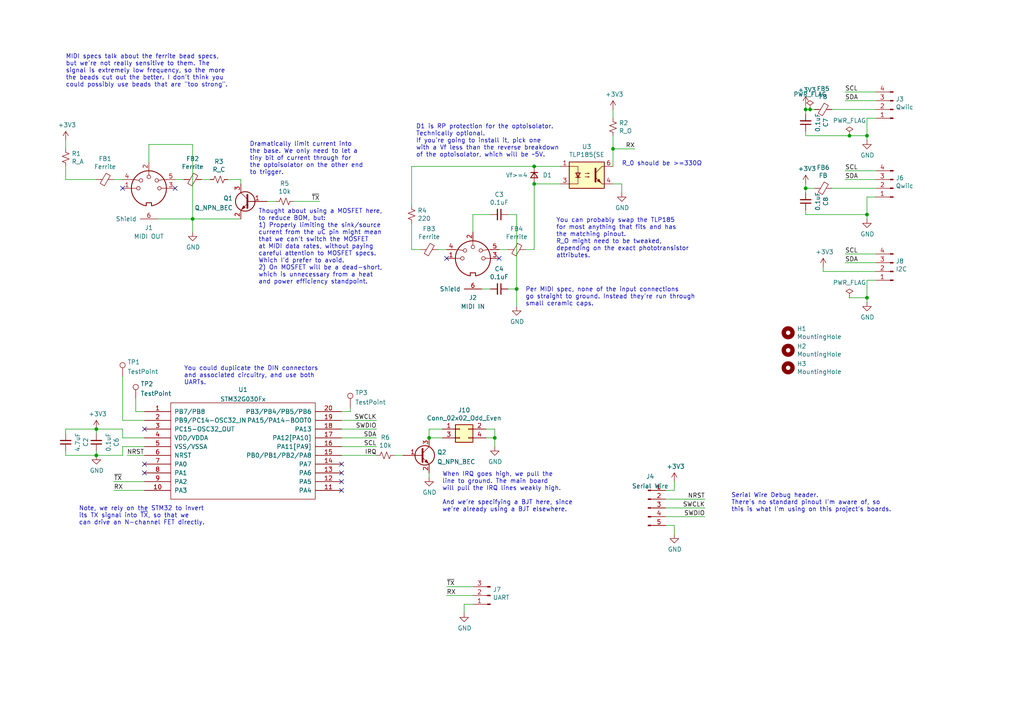
<source format=kicad_sch>
(kicad_sch (version 20211123) (generator eeschema)

  (uuid 4fc7f49c-b462-43c2-92e4-ef2e02b1acfe)

  (paper "A4")

  (lib_symbols
    (symbol "Connector:Conn_01x03_Male" (pin_names (offset 1.016) hide) (in_bom yes) (on_board yes)
      (property "Reference" "J" (id 0) (at 0 5.08 0)
        (effects (font (size 1.27 1.27)))
      )
      (property "Value" "Conn_01x03_Male" (id 1) (at 0 -5.08 0)
        (effects (font (size 1.27 1.27)))
      )
      (property "Footprint" "" (id 2) (at 0 0 0)
        (effects (font (size 1.27 1.27)) hide)
      )
      (property "Datasheet" "~" (id 3) (at 0 0 0)
        (effects (font (size 1.27 1.27)) hide)
      )
      (property "ki_keywords" "connector" (id 4) (at 0 0 0)
        (effects (font (size 1.27 1.27)) hide)
      )
      (property "ki_description" "Generic connector, single row, 01x03, script generated (kicad-library-utils/schlib/autogen/connector/)" (id 5) (at 0 0 0)
        (effects (font (size 1.27 1.27)) hide)
      )
      (property "ki_fp_filters" "Connector*:*_1x??_*" (id 6) (at 0 0 0)
        (effects (font (size 1.27 1.27)) hide)
      )
      (symbol "Conn_01x03_Male_1_1"
        (polyline
          (pts
            (xy 1.27 -2.54)
            (xy 0.8636 -2.54)
          )
          (stroke (width 0.1524) (type default) (color 0 0 0 0))
          (fill (type none))
        )
        (polyline
          (pts
            (xy 1.27 0)
            (xy 0.8636 0)
          )
          (stroke (width 0.1524) (type default) (color 0 0 0 0))
          (fill (type none))
        )
        (polyline
          (pts
            (xy 1.27 2.54)
            (xy 0.8636 2.54)
          )
          (stroke (width 0.1524) (type default) (color 0 0 0 0))
          (fill (type none))
        )
        (rectangle (start 0.8636 -2.413) (end 0 -2.667)
          (stroke (width 0.1524) (type default) (color 0 0 0 0))
          (fill (type outline))
        )
        (rectangle (start 0.8636 0.127) (end 0 -0.127)
          (stroke (width 0.1524) (type default) (color 0 0 0 0))
          (fill (type outline))
        )
        (rectangle (start 0.8636 2.667) (end 0 2.413)
          (stroke (width 0.1524) (type default) (color 0 0 0 0))
          (fill (type outline))
        )
        (pin passive line (at 5.08 2.54 180) (length 3.81)
          (name "Pin_1" (effects (font (size 1.27 1.27))))
          (number "1" (effects (font (size 1.27 1.27))))
        )
        (pin passive line (at 5.08 0 180) (length 3.81)
          (name "Pin_2" (effects (font (size 1.27 1.27))))
          (number "2" (effects (font (size 1.27 1.27))))
        )
        (pin passive line (at 5.08 -2.54 180) (length 3.81)
          (name "Pin_3" (effects (font (size 1.27 1.27))))
          (number "3" (effects (font (size 1.27 1.27))))
        )
      )
    )
    (symbol "Connector:Conn_01x04_Male" (pin_names (offset 1.016) hide) (in_bom yes) (on_board yes)
      (property "Reference" "J" (id 0) (at 0 5.08 0)
        (effects (font (size 1.27 1.27)))
      )
      (property "Value" "Conn_01x04_Male" (id 1) (at 0 -7.62 0)
        (effects (font (size 1.27 1.27)))
      )
      (property "Footprint" "" (id 2) (at 0 0 0)
        (effects (font (size 1.27 1.27)) hide)
      )
      (property "Datasheet" "~" (id 3) (at 0 0 0)
        (effects (font (size 1.27 1.27)) hide)
      )
      (property "ki_keywords" "connector" (id 4) (at 0 0 0)
        (effects (font (size 1.27 1.27)) hide)
      )
      (property "ki_description" "Generic connector, single row, 01x04, script generated (kicad-library-utils/schlib/autogen/connector/)" (id 5) (at 0 0 0)
        (effects (font (size 1.27 1.27)) hide)
      )
      (property "ki_fp_filters" "Connector*:*_1x??_*" (id 6) (at 0 0 0)
        (effects (font (size 1.27 1.27)) hide)
      )
      (symbol "Conn_01x04_Male_1_1"
        (polyline
          (pts
            (xy 1.27 -5.08)
            (xy 0.8636 -5.08)
          )
          (stroke (width 0.1524) (type default) (color 0 0 0 0))
          (fill (type none))
        )
        (polyline
          (pts
            (xy 1.27 -2.54)
            (xy 0.8636 -2.54)
          )
          (stroke (width 0.1524) (type default) (color 0 0 0 0))
          (fill (type none))
        )
        (polyline
          (pts
            (xy 1.27 0)
            (xy 0.8636 0)
          )
          (stroke (width 0.1524) (type default) (color 0 0 0 0))
          (fill (type none))
        )
        (polyline
          (pts
            (xy 1.27 2.54)
            (xy 0.8636 2.54)
          )
          (stroke (width 0.1524) (type default) (color 0 0 0 0))
          (fill (type none))
        )
        (rectangle (start 0.8636 -4.953) (end 0 -5.207)
          (stroke (width 0.1524) (type default) (color 0 0 0 0))
          (fill (type outline))
        )
        (rectangle (start 0.8636 -2.413) (end 0 -2.667)
          (stroke (width 0.1524) (type default) (color 0 0 0 0))
          (fill (type outline))
        )
        (rectangle (start 0.8636 0.127) (end 0 -0.127)
          (stroke (width 0.1524) (type default) (color 0 0 0 0))
          (fill (type outline))
        )
        (rectangle (start 0.8636 2.667) (end 0 2.413)
          (stroke (width 0.1524) (type default) (color 0 0 0 0))
          (fill (type outline))
        )
        (pin passive line (at 5.08 2.54 180) (length 3.81)
          (name "Pin_1" (effects (font (size 1.27 1.27))))
          (number "1" (effects (font (size 1.27 1.27))))
        )
        (pin passive line (at 5.08 0 180) (length 3.81)
          (name "Pin_2" (effects (font (size 1.27 1.27))))
          (number "2" (effects (font (size 1.27 1.27))))
        )
        (pin passive line (at 5.08 -2.54 180) (length 3.81)
          (name "Pin_3" (effects (font (size 1.27 1.27))))
          (number "3" (effects (font (size 1.27 1.27))))
        )
        (pin passive line (at 5.08 -5.08 180) (length 3.81)
          (name "Pin_4" (effects (font (size 1.27 1.27))))
          (number "4" (effects (font (size 1.27 1.27))))
        )
      )
    )
    (symbol "Connector:Conn_01x05_Male" (pin_names (offset 1.016) hide) (in_bom yes) (on_board yes)
      (property "Reference" "J" (id 0) (at 0 7.62 0)
        (effects (font (size 1.27 1.27)))
      )
      (property "Value" "Conn_01x05_Male" (id 1) (at 0 -7.62 0)
        (effects (font (size 1.27 1.27)))
      )
      (property "Footprint" "" (id 2) (at 0 0 0)
        (effects (font (size 1.27 1.27)) hide)
      )
      (property "Datasheet" "~" (id 3) (at 0 0 0)
        (effects (font (size 1.27 1.27)) hide)
      )
      (property "ki_keywords" "connector" (id 4) (at 0 0 0)
        (effects (font (size 1.27 1.27)) hide)
      )
      (property "ki_description" "Generic connector, single row, 01x05, script generated (kicad-library-utils/schlib/autogen/connector/)" (id 5) (at 0 0 0)
        (effects (font (size 1.27 1.27)) hide)
      )
      (property "ki_fp_filters" "Connector*:*_1x??_*" (id 6) (at 0 0 0)
        (effects (font (size 1.27 1.27)) hide)
      )
      (symbol "Conn_01x05_Male_1_1"
        (polyline
          (pts
            (xy 1.27 -5.08)
            (xy 0.8636 -5.08)
          )
          (stroke (width 0.1524) (type default) (color 0 0 0 0))
          (fill (type none))
        )
        (polyline
          (pts
            (xy 1.27 -2.54)
            (xy 0.8636 -2.54)
          )
          (stroke (width 0.1524) (type default) (color 0 0 0 0))
          (fill (type none))
        )
        (polyline
          (pts
            (xy 1.27 0)
            (xy 0.8636 0)
          )
          (stroke (width 0.1524) (type default) (color 0 0 0 0))
          (fill (type none))
        )
        (polyline
          (pts
            (xy 1.27 2.54)
            (xy 0.8636 2.54)
          )
          (stroke (width 0.1524) (type default) (color 0 0 0 0))
          (fill (type none))
        )
        (polyline
          (pts
            (xy 1.27 5.08)
            (xy 0.8636 5.08)
          )
          (stroke (width 0.1524) (type default) (color 0 0 0 0))
          (fill (type none))
        )
        (rectangle (start 0.8636 -4.953) (end 0 -5.207)
          (stroke (width 0.1524) (type default) (color 0 0 0 0))
          (fill (type outline))
        )
        (rectangle (start 0.8636 -2.413) (end 0 -2.667)
          (stroke (width 0.1524) (type default) (color 0 0 0 0))
          (fill (type outline))
        )
        (rectangle (start 0.8636 0.127) (end 0 -0.127)
          (stroke (width 0.1524) (type default) (color 0 0 0 0))
          (fill (type outline))
        )
        (rectangle (start 0.8636 2.667) (end 0 2.413)
          (stroke (width 0.1524) (type default) (color 0 0 0 0))
          (fill (type outline))
        )
        (rectangle (start 0.8636 5.207) (end 0 4.953)
          (stroke (width 0.1524) (type default) (color 0 0 0 0))
          (fill (type outline))
        )
        (pin passive line (at 5.08 5.08 180) (length 3.81)
          (name "Pin_1" (effects (font (size 1.27 1.27))))
          (number "1" (effects (font (size 1.27 1.27))))
        )
        (pin passive line (at 5.08 2.54 180) (length 3.81)
          (name "Pin_2" (effects (font (size 1.27 1.27))))
          (number "2" (effects (font (size 1.27 1.27))))
        )
        (pin passive line (at 5.08 0 180) (length 3.81)
          (name "Pin_3" (effects (font (size 1.27 1.27))))
          (number "3" (effects (font (size 1.27 1.27))))
        )
        (pin passive line (at 5.08 -2.54 180) (length 3.81)
          (name "Pin_4" (effects (font (size 1.27 1.27))))
          (number "4" (effects (font (size 1.27 1.27))))
        )
        (pin passive line (at 5.08 -5.08 180) (length 3.81)
          (name "Pin_5" (effects (font (size 1.27 1.27))))
          (number "5" (effects (font (size 1.27 1.27))))
        )
      )
    )
    (symbol "Connector:TestPoint" (pin_numbers hide) (pin_names (offset 0.762) hide) (in_bom yes) (on_board yes)
      (property "Reference" "TP" (id 0) (at 0 6.858 0)
        (effects (font (size 1.27 1.27)))
      )
      (property "Value" "TestPoint" (id 1) (at 0 5.08 0)
        (effects (font (size 1.27 1.27)))
      )
      (property "Footprint" "" (id 2) (at 5.08 0 0)
        (effects (font (size 1.27 1.27)) hide)
      )
      (property "Datasheet" "~" (id 3) (at 5.08 0 0)
        (effects (font (size 1.27 1.27)) hide)
      )
      (property "ki_keywords" "test point tp" (id 4) (at 0 0 0)
        (effects (font (size 1.27 1.27)) hide)
      )
      (property "ki_description" "test point" (id 5) (at 0 0 0)
        (effects (font (size 1.27 1.27)) hide)
      )
      (property "ki_fp_filters" "Pin* Test*" (id 6) (at 0 0 0)
        (effects (font (size 1.27 1.27)) hide)
      )
      (symbol "TestPoint_0_1"
        (circle (center 0 3.302) (radius 0.762)
          (stroke (width 0) (type default) (color 0 0 0 0))
          (fill (type none))
        )
      )
      (symbol "TestPoint_1_1"
        (pin passive line (at 0 0 90) (length 2.54)
          (name "1" (effects (font (size 1.27 1.27))))
          (number "1" (effects (font (size 1.27 1.27))))
        )
      )
    )
    (symbol "Connector_Generic:Conn_02x02_Odd_Even" (pin_names (offset 1.016) hide) (in_bom yes) (on_board yes)
      (property "Reference" "J" (id 0) (at 1.27 2.54 0)
        (effects (font (size 1.27 1.27)))
      )
      (property "Value" "Conn_02x02_Odd_Even" (id 1) (at 1.27 -5.08 0)
        (effects (font (size 1.27 1.27)))
      )
      (property "Footprint" "" (id 2) (at 0 0 0)
        (effects (font (size 1.27 1.27)) hide)
      )
      (property "Datasheet" "~" (id 3) (at 0 0 0)
        (effects (font (size 1.27 1.27)) hide)
      )
      (property "ki_keywords" "connector" (id 4) (at 0 0 0)
        (effects (font (size 1.27 1.27)) hide)
      )
      (property "ki_description" "Generic connector, double row, 02x02, odd/even pin numbering scheme (row 1 odd numbers, row 2 even numbers), script generated (kicad-library-utils/schlib/autogen/connector/)" (id 5) (at 0 0 0)
        (effects (font (size 1.27 1.27)) hide)
      )
      (property "ki_fp_filters" "Connector*:*_2x??_*" (id 6) (at 0 0 0)
        (effects (font (size 1.27 1.27)) hide)
      )
      (symbol "Conn_02x02_Odd_Even_1_1"
        (rectangle (start -1.27 -2.413) (end 0 -2.667)
          (stroke (width 0.1524) (type default) (color 0 0 0 0))
          (fill (type none))
        )
        (rectangle (start -1.27 0.127) (end 0 -0.127)
          (stroke (width 0.1524) (type default) (color 0 0 0 0))
          (fill (type none))
        )
        (rectangle (start -1.27 1.27) (end 3.81 -3.81)
          (stroke (width 0.254) (type default) (color 0 0 0 0))
          (fill (type background))
        )
        (rectangle (start 3.81 -2.413) (end 2.54 -2.667)
          (stroke (width 0.1524) (type default) (color 0 0 0 0))
          (fill (type none))
        )
        (rectangle (start 3.81 0.127) (end 2.54 -0.127)
          (stroke (width 0.1524) (type default) (color 0 0 0 0))
          (fill (type none))
        )
        (pin passive line (at -5.08 0 0) (length 3.81)
          (name "Pin_1" (effects (font (size 1.27 1.27))))
          (number "1" (effects (font (size 1.27 1.27))))
        )
        (pin passive line (at 7.62 0 180) (length 3.81)
          (name "Pin_2" (effects (font (size 1.27 1.27))))
          (number "2" (effects (font (size 1.27 1.27))))
        )
        (pin passive line (at -5.08 -2.54 0) (length 3.81)
          (name "Pin_3" (effects (font (size 1.27 1.27))))
          (number "3" (effects (font (size 1.27 1.27))))
        )
        (pin passive line (at 7.62 -2.54 180) (length 3.81)
          (name "Pin_4" (effects (font (size 1.27 1.27))))
          (number "4" (effects (font (size 1.27 1.27))))
        )
      )
    )
    (symbol "Device:C_Small" (pin_numbers hide) (pin_names (offset 0.254) hide) (in_bom yes) (on_board yes)
      (property "Reference" "C" (id 0) (at 0.254 1.778 0)
        (effects (font (size 1.27 1.27)) (justify left))
      )
      (property "Value" "C_Small" (id 1) (at 0.254 -2.032 0)
        (effects (font (size 1.27 1.27)) (justify left))
      )
      (property "Footprint" "" (id 2) (at 0 0 0)
        (effects (font (size 1.27 1.27)) hide)
      )
      (property "Datasheet" "~" (id 3) (at 0 0 0)
        (effects (font (size 1.27 1.27)) hide)
      )
      (property "ki_keywords" "capacitor cap" (id 4) (at 0 0 0)
        (effects (font (size 1.27 1.27)) hide)
      )
      (property "ki_description" "Unpolarized capacitor, small symbol" (id 5) (at 0 0 0)
        (effects (font (size 1.27 1.27)) hide)
      )
      (property "ki_fp_filters" "C_*" (id 6) (at 0 0 0)
        (effects (font (size 1.27 1.27)) hide)
      )
      (symbol "C_Small_0_1"
        (polyline
          (pts
            (xy -1.524 -0.508)
            (xy 1.524 -0.508)
          )
          (stroke (width 0.3302) (type default) (color 0 0 0 0))
          (fill (type none))
        )
        (polyline
          (pts
            (xy -1.524 0.508)
            (xy 1.524 0.508)
          )
          (stroke (width 0.3048) (type default) (color 0 0 0 0))
          (fill (type none))
        )
      )
      (symbol "C_Small_1_1"
        (pin passive line (at 0 2.54 270) (length 2.032)
          (name "~" (effects (font (size 1.27 1.27))))
          (number "1" (effects (font (size 1.27 1.27))))
        )
        (pin passive line (at 0 -2.54 90) (length 2.032)
          (name "~" (effects (font (size 1.27 1.27))))
          (number "2" (effects (font (size 1.27 1.27))))
        )
      )
    )
    (symbol "Device:D_Small" (pin_numbers hide) (pin_names (offset 0.254) hide) (in_bom yes) (on_board yes)
      (property "Reference" "D" (id 0) (at -1.27 2.032 0)
        (effects (font (size 1.27 1.27)) (justify left))
      )
      (property "Value" "D_Small" (id 1) (at -3.81 -2.032 0)
        (effects (font (size 1.27 1.27)) (justify left))
      )
      (property "Footprint" "" (id 2) (at 0 0 90)
        (effects (font (size 1.27 1.27)) hide)
      )
      (property "Datasheet" "~" (id 3) (at 0 0 90)
        (effects (font (size 1.27 1.27)) hide)
      )
      (property "ki_keywords" "diode" (id 4) (at 0 0 0)
        (effects (font (size 1.27 1.27)) hide)
      )
      (property "ki_description" "Diode, small symbol" (id 5) (at 0 0 0)
        (effects (font (size 1.27 1.27)) hide)
      )
      (property "ki_fp_filters" "TO-???* *_Diode_* *SingleDiode* D_*" (id 6) (at 0 0 0)
        (effects (font (size 1.27 1.27)) hide)
      )
      (symbol "D_Small_0_1"
        (polyline
          (pts
            (xy -0.762 -1.016)
            (xy -0.762 1.016)
          )
          (stroke (width 0.254) (type default) (color 0 0 0 0))
          (fill (type none))
        )
        (polyline
          (pts
            (xy -0.762 0)
            (xy 0.762 0)
          )
          (stroke (width 0) (type default) (color 0 0 0 0))
          (fill (type none))
        )
        (polyline
          (pts
            (xy 0.762 -1.016)
            (xy -0.762 0)
            (xy 0.762 1.016)
            (xy 0.762 -1.016)
          )
          (stroke (width 0.254) (type default) (color 0 0 0 0))
          (fill (type none))
        )
      )
      (symbol "D_Small_1_1"
        (pin passive line (at -2.54 0 0) (length 1.778)
          (name "K" (effects (font (size 1.27 1.27))))
          (number "1" (effects (font (size 1.27 1.27))))
        )
        (pin passive line (at 2.54 0 180) (length 1.778)
          (name "A" (effects (font (size 1.27 1.27))))
          (number "2" (effects (font (size 1.27 1.27))))
        )
      )
    )
    (symbol "Device:Ferrite_Bead_Small" (pin_numbers hide) (pin_names (offset 0)) (in_bom yes) (on_board yes)
      (property "Reference" "FB" (id 0) (at 1.905 1.27 0)
        (effects (font (size 1.27 1.27)) (justify left))
      )
      (property "Value" "Device_Ferrite_Bead_Small" (id 1) (at 1.905 -1.27 0)
        (effects (font (size 1.27 1.27)) (justify left))
      )
      (property "Footprint" "" (id 2) (at -1.778 0 90)
        (effects (font (size 1.27 1.27)) hide)
      )
      (property "Datasheet" "" (id 3) (at 0 0 0)
        (effects (font (size 1.27 1.27)) hide)
      )
      (property "ki_fp_filters" "Inductor_* L_* *Ferrite*" (id 4) (at 0 0 0)
        (effects (font (size 1.27 1.27)) hide)
      )
      (symbol "Ferrite_Bead_Small_0_1"
        (polyline
          (pts
            (xy 0 -1.27)
            (xy 0 -0.7874)
          )
          (stroke (width 0) (type default) (color 0 0 0 0))
          (fill (type none))
        )
        (polyline
          (pts
            (xy 0 0.889)
            (xy 0 1.2954)
          )
          (stroke (width 0) (type default) (color 0 0 0 0))
          (fill (type none))
        )
        (polyline
          (pts
            (xy -1.8288 0.2794)
            (xy -1.1176 1.4986)
            (xy 1.8288 -0.2032)
            (xy 1.1176 -1.4224)
            (xy -1.8288 0.2794)
          )
          (stroke (width 0) (type default) (color 0 0 0 0))
          (fill (type none))
        )
      )
      (symbol "Ferrite_Bead_Small_1_1"
        (pin passive line (at 0 2.54 270) (length 1.27)
          (name "~" (effects (font (size 1.27 1.27))))
          (number "1" (effects (font (size 1.27 1.27))))
        )
        (pin passive line (at 0 -2.54 90) (length 1.27)
          (name "~" (effects (font (size 1.27 1.27))))
          (number "2" (effects (font (size 1.27 1.27))))
        )
      )
    )
    (symbol "Device:Q_NPN_BEC" (pin_names (offset 0) hide) (in_bom yes) (on_board yes)
      (property "Reference" "Q" (id 0) (at 5.08 1.27 0)
        (effects (font (size 1.27 1.27)) (justify left))
      )
      (property "Value" "Q_NPN_BEC" (id 1) (at 5.08 -1.27 0)
        (effects (font (size 1.27 1.27)) (justify left))
      )
      (property "Footprint" "" (id 2) (at 5.08 2.54 0)
        (effects (font (size 1.27 1.27)) hide)
      )
      (property "Datasheet" "~" (id 3) (at 0 0 0)
        (effects (font (size 1.27 1.27)) hide)
      )
      (property "ki_keywords" "transistor NPN" (id 4) (at 0 0 0)
        (effects (font (size 1.27 1.27)) hide)
      )
      (property "ki_description" "NPN transistor, base/emitter/collector" (id 5) (at 0 0 0)
        (effects (font (size 1.27 1.27)) hide)
      )
      (symbol "Q_NPN_BEC_0_1"
        (polyline
          (pts
            (xy 0.635 0.635)
            (xy 2.54 2.54)
          )
          (stroke (width 0) (type default) (color 0 0 0 0))
          (fill (type none))
        )
        (polyline
          (pts
            (xy 0.635 -0.635)
            (xy 2.54 -2.54)
            (xy 2.54 -2.54)
          )
          (stroke (width 0) (type default) (color 0 0 0 0))
          (fill (type none))
        )
        (polyline
          (pts
            (xy 0.635 1.905)
            (xy 0.635 -1.905)
            (xy 0.635 -1.905)
          )
          (stroke (width 0.508) (type default) (color 0 0 0 0))
          (fill (type none))
        )
        (polyline
          (pts
            (xy 1.27 -1.778)
            (xy 1.778 -1.27)
            (xy 2.286 -2.286)
            (xy 1.27 -1.778)
            (xy 1.27 -1.778)
          )
          (stroke (width 0) (type default) (color 0 0 0 0))
          (fill (type outline))
        )
        (circle (center 1.27 0) (radius 2.8194)
          (stroke (width 0.254) (type default) (color 0 0 0 0))
          (fill (type none))
        )
      )
      (symbol "Q_NPN_BEC_1_1"
        (pin input line (at -5.08 0 0) (length 5.715)
          (name "B" (effects (font (size 1.27 1.27))))
          (number "1" (effects (font (size 1.27 1.27))))
        )
        (pin passive line (at 2.54 -5.08 90) (length 2.54)
          (name "E" (effects (font (size 1.27 1.27))))
          (number "2" (effects (font (size 1.27 1.27))))
        )
        (pin passive line (at 2.54 5.08 270) (length 2.54)
          (name "C" (effects (font (size 1.27 1.27))))
          (number "3" (effects (font (size 1.27 1.27))))
        )
      )
    )
    (symbol "Device:R_Small_US" (pin_numbers hide) (pin_names (offset 0.254) hide) (in_bom yes) (on_board yes)
      (property "Reference" "R" (id 0) (at 0.762 0.508 0)
        (effects (font (size 1.27 1.27)) (justify left))
      )
      (property "Value" "R_Small_US" (id 1) (at 0.762 -1.016 0)
        (effects (font (size 1.27 1.27)) (justify left))
      )
      (property "Footprint" "" (id 2) (at 0 0 0)
        (effects (font (size 1.27 1.27)) hide)
      )
      (property "Datasheet" "~" (id 3) (at 0 0 0)
        (effects (font (size 1.27 1.27)) hide)
      )
      (property "ki_keywords" "r resistor" (id 4) (at 0 0 0)
        (effects (font (size 1.27 1.27)) hide)
      )
      (property "ki_description" "Resistor, small US symbol" (id 5) (at 0 0 0)
        (effects (font (size 1.27 1.27)) hide)
      )
      (property "ki_fp_filters" "R_*" (id 6) (at 0 0 0)
        (effects (font (size 1.27 1.27)) hide)
      )
      (symbol "R_Small_US_1_1"
        (polyline
          (pts
            (xy 0 0)
            (xy 1.016 -0.381)
            (xy 0 -0.762)
            (xy -1.016 -1.143)
            (xy 0 -1.524)
          )
          (stroke (width 0) (type default) (color 0 0 0 0))
          (fill (type none))
        )
        (polyline
          (pts
            (xy 0 1.524)
            (xy 1.016 1.143)
            (xy 0 0.762)
            (xy -1.016 0.381)
            (xy 0 0)
          )
          (stroke (width 0) (type default) (color 0 0 0 0))
          (fill (type none))
        )
        (pin passive line (at 0 2.54 270) (length 1.016)
          (name "~" (effects (font (size 1.27 1.27))))
          (number "1" (effects (font (size 1.27 1.27))))
        )
        (pin passive line (at 0 -2.54 90) (length 1.016)
          (name "~" (effects (font (size 1.27 1.27))))
          (number "2" (effects (font (size 1.27 1.27))))
        )
      )
    )
    (symbol "Mechanical:MountingHole" (pin_names (offset 1.016)) (in_bom yes) (on_board yes)
      (property "Reference" "H" (id 0) (at 0 5.08 0)
        (effects (font (size 1.27 1.27)))
      )
      (property "Value" "MountingHole" (id 1) (at 0 3.175 0)
        (effects (font (size 1.27 1.27)))
      )
      (property "Footprint" "" (id 2) (at 0 0 0)
        (effects (font (size 1.27 1.27)) hide)
      )
      (property "Datasheet" "~" (id 3) (at 0 0 0)
        (effects (font (size 1.27 1.27)) hide)
      )
      (property "ki_keywords" "mounting hole" (id 4) (at 0 0 0)
        (effects (font (size 1.27 1.27)) hide)
      )
      (property "ki_description" "Mounting Hole without connection" (id 5) (at 0 0 0)
        (effects (font (size 1.27 1.27)) hide)
      )
      (property "ki_fp_filters" "MountingHole*" (id 6) (at 0 0 0)
        (effects (font (size 1.27 1.27)) hide)
      )
      (symbol "MountingHole_0_1"
        (circle (center 0 0) (radius 1.27)
          (stroke (width 1.27) (type default) (color 0 0 0 0))
          (fill (type none))
        )
      )
    )
    (symbol "STM32G030Fx:STM32G030Fx" (pin_names (offset 1.016)) (in_bom yes) (on_board yes)
      (property "Reference" "U" (id 0) (at 0 -2.54 0)
        (effects (font (size 1.27 1.27)))
      )
      (property "Value" "STM32G030Fx" (id 1) (at 0 2.54 0)
        (effects (font (size 1.27 1.27)))
      )
      (property "Footprint" "Package_SO:TSSOP-20_4.4x6.5mm_P0.65mm" (id 2) (at 0 0 0)
        (effects (font (size 1.27 1.27)) hide)
      )
      (property "Datasheet" "https://www.st.com/en/microcontrollers-microprocessors/stm32g030f6.html" (id 3) (at 0 0 0)
        (effects (font (size 1.27 1.27)) hide)
      )
      (symbol "STM32G030Fx_1_0"
        (rectangle (start -22.86 13.97) (end 19.05 -13.97)
          (stroke (width 0) (type default) (color 0 0 0 0))
          (fill (type none))
        )
      )
      (symbol "STM32G030Fx_1_1"
        (pin bidirectional line (at -30.48 11.43 0) (length 7.62)
          (name "PB7/PB8" (effects (font (size 1.27 1.27))))
          (number "1" (effects (font (size 1.27 1.27))))
        )
        (pin bidirectional line (at -30.48 -11.43 0) (length 7.62)
          (name "PA3" (effects (font (size 1.27 1.27))))
          (number "10" (effects (font (size 1.27 1.27))))
        )
        (pin bidirectional line (at 26.67 -11.43 180) (length 7.62)
          (name "PA4" (effects (font (size 1.27 1.27))))
          (number "11" (effects (font (size 1.27 1.27))))
        )
        (pin bidirectional line (at 26.67 -8.89 180) (length 7.62)
          (name "PA5" (effects (font (size 1.27 1.27))))
          (number "12" (effects (font (size 1.27 1.27))))
        )
        (pin bidirectional line (at 26.67 -6.35 180) (length 7.62)
          (name "PA6" (effects (font (size 1.27 1.27))))
          (number "13" (effects (font (size 1.27 1.27))))
        )
        (pin bidirectional line (at 26.67 -3.81 180) (length 7.62)
          (name "PA7" (effects (font (size 1.27 1.27))))
          (number "14" (effects (font (size 1.27 1.27))))
        )
        (pin bidirectional line (at 26.67 -1.27 180) (length 7.62)
          (name "PB0/PB1/PB2/PA8" (effects (font (size 1.27 1.27))))
          (number "15" (effects (font (size 1.27 1.27))))
        )
        (pin bidirectional line (at 26.67 1.27 180) (length 7.62)
          (name "PA11[PA9]" (effects (font (size 1.27 1.27))))
          (number "16" (effects (font (size 1.27 1.27))))
        )
        (pin bidirectional line (at 26.67 3.81 180) (length 7.62)
          (name "PA12[PA10]" (effects (font (size 1.27 1.27))))
          (number "17" (effects (font (size 1.27 1.27))))
        )
        (pin bidirectional line (at 26.67 6.35 180) (length 7.62)
          (name "PA13" (effects (font (size 1.27 1.27))))
          (number "18" (effects (font (size 1.27 1.27))))
        )
        (pin bidirectional line (at 26.67 8.89 180) (length 7.62)
          (name "PA15/PA14-BOOT0" (effects (font (size 1.27 1.27))))
          (number "19" (effects (font (size 1.27 1.27))))
        )
        (pin bidirectional line (at -30.48 8.89 0) (length 7.62)
          (name "PB9/PC14-OSC32_IN" (effects (font (size 1.27 1.27))))
          (number "2" (effects (font (size 1.27 1.27))))
        )
        (pin bidirectional line (at 26.67 11.43 180) (length 7.62)
          (name "PB3/PB4/PB5/PB6" (effects (font (size 1.27 1.27))))
          (number "20" (effects (font (size 1.27 1.27))))
        )
        (pin bidirectional line (at -30.48 6.35 0) (length 7.62)
          (name "PC15-OSC32_OUT" (effects (font (size 1.27 1.27))))
          (number "3" (effects (font (size 1.27 1.27))))
        )
        (pin power_in line (at -30.48 3.81 0) (length 7.62)
          (name "VDD/VDDA" (effects (font (size 1.27 1.27))))
          (number "4" (effects (font (size 1.27 1.27))))
        )
        (pin power_in line (at -30.48 1.27 0) (length 7.62)
          (name "VSS/VSSA" (effects (font (size 1.27 1.27))))
          (number "5" (effects (font (size 1.27 1.27))))
        )
        (pin input line (at -30.48 -1.27 0) (length 7.62)
          (name "NRST" (effects (font (size 1.27 1.27))))
          (number "6" (effects (font (size 1.27 1.27))))
        )
        (pin bidirectional line (at -30.48 -3.81 0) (length 7.62)
          (name "PA0" (effects (font (size 1.27 1.27))))
          (number "7" (effects (font (size 1.27 1.27))))
        )
        (pin bidirectional line (at -30.48 -6.35 0) (length 7.62)
          (name "PA1" (effects (font (size 1.27 1.27))))
          (number "8" (effects (font (size 1.27 1.27))))
        )
        (pin bidirectional line (at -30.48 -8.89 0) (length 7.62)
          (name "PA2" (effects (font (size 1.27 1.27))))
          (number "9" (effects (font (size 1.27 1.27))))
        )
      )
    )
    (symbol "Symbols:MIDI_DIN" (pin_names (offset 1.016)) (in_bom yes) (on_board yes)
      (property "Reference" "J" (id 0) (at 3.175 5.715 0)
        (effects (font (size 1.27 1.27)))
      )
      (property "Value" "Symbols_MIDI_DIN" (id 1) (at 0 -6.35 0)
        (effects (font (size 1.27 1.27)))
      )
      (property "Footprint" "" (id 2) (at 0 0 0)
        (effects (font (size 1.27 1.27)) hide)
      )
      (property "Datasheet" "" (id 3) (at 0 0 0)
        (effects (font (size 1.27 1.27)) hide)
      )
      (property "ki_fp_filters" "DIN*" (id 4) (at 0 0 0)
        (effects (font (size 1.27 1.27)) hide)
      )
      (symbol "MIDI_DIN_0_1"
        (arc (start -5.08 0) (mid -3.8597 -3.3379) (end -0.762 -5.08)
          (stroke (width 0.254) (type default) (color 0 0 0 0))
          (fill (type none))
        )
        (circle (center -3.048 0) (radius 0.508)
          (stroke (width 0) (type default) (color 0 0 0 0))
          (fill (type none))
        )
        (circle (center -2.286 2.286) (radius 0.508)
          (stroke (width 0) (type default) (color 0 0 0 0))
          (fill (type none))
        )
        (polyline
          (pts
            (xy -5.08 0)
            (xy -3.556 0)
          )
          (stroke (width 0) (type default) (color 0 0 0 0))
          (fill (type none))
        )
        (polyline
          (pts
            (xy 0 5.08)
            (xy 0 3.81)
          )
          (stroke (width 0) (type default) (color 0 0 0 0))
          (fill (type none))
        )
        (polyline
          (pts
            (xy 5.08 0)
            (xy 3.556 0)
          )
          (stroke (width 0) (type default) (color 0 0 0 0))
          (fill (type none))
        )
        (polyline
          (pts
            (xy -5.08 2.54)
            (xy -4.318 2.54)
            (xy -2.794 2.286)
          )
          (stroke (width 0) (type default) (color 0 0 0 0))
          (fill (type none))
        )
        (polyline
          (pts
            (xy 5.08 2.54)
            (xy 4.318 2.54)
            (xy 2.794 2.286)
          )
          (stroke (width 0) (type default) (color 0 0 0 0))
          (fill (type none))
        )
        (polyline
          (pts
            (xy -0.762 -4.953)
            (xy -0.762 -4.191)
            (xy 0.762 -4.191)
            (xy 0.762 -4.953)
          )
          (stroke (width 0.254) (type default) (color 0 0 0 0))
          (fill (type none))
        )
        (circle (center 0 3.302) (radius 0.508)
          (stroke (width 0) (type default) (color 0 0 0 0))
          (fill (type none))
        )
        (arc (start 0.762 -5.08) (mid 3.8673 -3.3444) (end 5.08 0)
          (stroke (width 0.254) (type default) (color 0 0 0 0))
          (fill (type none))
        )
        (circle (center 2.286 2.286) (radius 0.508)
          (stroke (width 0) (type default) (color 0 0 0 0))
          (fill (type none))
        )
        (circle (center 3.048 0) (radius 0.508)
          (stroke (width 0) (type default) (color 0 0 0 0))
          (fill (type none))
        )
        (arc (start 5.08 0) (mid 0 5.08) (end -5.08 0)
          (stroke (width 0.254) (type default) (color 0 0 0 0))
          (fill (type none))
        )
      )
      (symbol "MIDI_DIN_1_1"
        (pin passive line (at -7.62 0 0) (length 2.54)
          (name "~" (effects (font (size 1.27 1.27))))
          (number "1" (effects (font (size 1.27 1.27))))
        )
        (pin passive line (at 0 7.62 270) (length 2.54)
          (name "~" (effects (font (size 1.27 1.27))))
          (number "2" (effects (font (size 1.27 1.27))))
        )
        (pin passive line (at 7.62 0 180) (length 2.54)
          (name "~" (effects (font (size 1.27 1.27))))
          (number "3" (effects (font (size 1.27 1.27))))
        )
        (pin passive line (at -7.62 2.54 0) (length 2.54)
          (name "~" (effects (font (size 1.27 1.27))))
          (number "4" (effects (font (size 1.27 1.27))))
        )
        (pin passive line (at 7.62 2.54 180) (length 2.54)
          (name "~" (effects (font (size 1.27 1.27))))
          (number "5" (effects (font (size 1.27 1.27))))
        )
        (pin passive line (at 2.54 -8.89 180) (length 5.08)
          (name "Shield" (effects (font (size 1.27 1.27))))
          (number "6" (effects (font (size 1.27 1.27))))
        )
      )
    )
    (symbol "Symbols:TLP185(SE" (pin_names (offset 1.016)) (in_bom yes) (on_board yes)
      (property "Reference" "U" (id 0) (at -5.08 5.08 0)
        (effects (font (size 1.27 1.27)) (justify left))
      )
      (property "Value" "Symbols_TLP185(SE" (id 1) (at 0 5.08 0)
        (effects (font (size 1.27 1.27)) (justify left))
      )
      (property "Footprint" "Housings_SOIC:SO-6_4.4x3.6mm_Pitch1.27mm" (id 2) (at -5.08 -5.08 0)
        (effects (font (size 1.27 1.27) italic) (justify left) hide)
      )
      (property "Datasheet" "" (id 3) (at 0 0 0)
        (effects (font (size 1.27 1.27)) (justify left) hide)
      )
      (symbol "TLP185(SE_0_1"
        (rectangle (start -5.08 3.81) (end 5.08 -3.81)
          (stroke (width 0.254) (type default) (color 0 0 0 0))
          (fill (type background))
        )
        (polyline
          (pts
            (xy -3.175 -0.635)
            (xy -1.905 -0.635)
          )
          (stroke (width 0.254) (type default) (color 0 0 0 0))
          (fill (type none))
        )
        (polyline
          (pts
            (xy 2.54 0.635)
            (xy 4.445 2.54)
          )
          (stroke (width 0) (type default) (color 0 0 0 0))
          (fill (type none))
        )
        (polyline
          (pts
            (xy 4.445 -2.54)
            (xy 2.54 -0.635)
          )
          (stroke (width 0) (type default) (color 0 0 0 0))
          (fill (type outline))
        )
        (polyline
          (pts
            (xy 4.445 -2.54)
            (xy 5.08 -2.54)
          )
          (stroke (width 0) (type default) (color 0 0 0 0))
          (fill (type none))
        )
        (polyline
          (pts
            (xy 4.445 2.54)
            (xy 5.08 2.54)
          )
          (stroke (width 0) (type default) (color 0 0 0 0))
          (fill (type none))
        )
        (polyline
          (pts
            (xy -5.08 2.54)
            (xy -2.54 2.54)
            (xy -2.54 -0.635)
          )
          (stroke (width 0) (type default) (color 0 0 0 0))
          (fill (type none))
        )
        (polyline
          (pts
            (xy -2.54 -0.635)
            (xy -2.54 -2.54)
            (xy -5.08 -2.54)
          )
          (stroke (width 0) (type default) (color 0 0 0 0))
          (fill (type none))
        )
        (polyline
          (pts
            (xy 2.54 1.905)
            (xy 2.54 -1.905)
            (xy 2.54 -1.905)
          )
          (stroke (width 0.508) (type default) (color 0 0 0 0))
          (fill (type none))
        )
        (polyline
          (pts
            (xy -2.54 -0.635)
            (xy -3.175 0.635)
            (xy -1.905 0.635)
            (xy -2.54 -0.635)
          )
          (stroke (width 0.254) (type default) (color 0 0 0 0))
          (fill (type none))
        )
        (polyline
          (pts
            (xy -0.508 -0.508)
            (xy 0.762 -0.508)
            (xy 0.381 -0.635)
            (xy 0.381 -0.381)
            (xy 0.762 -0.508)
          )
          (stroke (width 0) (type default) (color 0 0 0 0))
          (fill (type none))
        )
        (polyline
          (pts
            (xy -0.508 0.508)
            (xy 0.762 0.508)
            (xy 0.381 0.381)
            (xy 0.381 0.635)
            (xy 0.762 0.508)
          )
          (stroke (width 0) (type default) (color 0 0 0 0))
          (fill (type none))
        )
        (polyline
          (pts
            (xy 3.048 -1.651)
            (xy 3.556 -1.143)
            (xy 4.064 -2.159)
            (xy 3.048 -1.651)
            (xy 3.048 -1.651)
          )
          (stroke (width 0) (type default) (color 0 0 0 0))
          (fill (type outline))
        )
      )
      (symbol "TLP185(SE_1_1"
        (pin passive line (at -7.62 2.54 0) (length 2.54)
          (name "~" (effects (font (size 1.27 1.27))))
          (number "1" (effects (font (size 1.27 1.27))))
        )
        (pin passive line (at -7.62 -2.54 0) (length 2.54)
          (name "~" (effects (font (size 1.27 1.27))))
          (number "3" (effects (font (size 1.27 1.27))))
        )
        (pin passive line (at 7.62 -2.54 180) (length 2.54)
          (name "~" (effects (font (size 1.27 1.27))))
          (number "4" (effects (font (size 1.27 1.27))))
        )
        (pin passive line (at 7.62 2.54 180) (length 2.54)
          (name "~" (effects (font (size 1.27 1.27))))
          (number "6" (effects (font (size 1.27 1.27))))
        )
      )
    )
    (symbol "power:+3.3V" (power) (pin_names (offset 0)) (in_bom yes) (on_board yes)
      (property "Reference" "#PWR" (id 0) (at 0 -3.81 0)
        (effects (font (size 1.27 1.27)) hide)
      )
      (property "Value" "+3.3V" (id 1) (at 0 3.556 0)
        (effects (font (size 1.27 1.27)))
      )
      (property "Footprint" "" (id 2) (at 0 0 0)
        (effects (font (size 1.27 1.27)) hide)
      )
      (property "Datasheet" "" (id 3) (at 0 0 0)
        (effects (font (size 1.27 1.27)) hide)
      )
      (property "ki_keywords" "power-flag" (id 4) (at 0 0 0)
        (effects (font (size 1.27 1.27)) hide)
      )
      (property "ki_description" "Power symbol creates a global label with name \"+3.3V\"" (id 5) (at 0 0 0)
        (effects (font (size 1.27 1.27)) hide)
      )
      (symbol "+3.3V_0_1"
        (polyline
          (pts
            (xy -0.762 1.27)
            (xy 0 2.54)
          )
          (stroke (width 0) (type default) (color 0 0 0 0))
          (fill (type none))
        )
        (polyline
          (pts
            (xy 0 0)
            (xy 0 2.54)
          )
          (stroke (width 0) (type default) (color 0 0 0 0))
          (fill (type none))
        )
        (polyline
          (pts
            (xy 0 2.54)
            (xy 0.762 1.27)
          )
          (stroke (width 0) (type default) (color 0 0 0 0))
          (fill (type none))
        )
      )
      (symbol "+3.3V_1_1"
        (pin power_in line (at 0 0 90) (length 0) hide
          (name "+3V3" (effects (font (size 1.27 1.27))))
          (number "1" (effects (font (size 1.27 1.27))))
        )
      )
    )
    (symbol "power:+3V3" (power) (pin_names (offset 0)) (in_bom yes) (on_board yes)
      (property "Reference" "#PWR" (id 0) (at 0 -3.81 0)
        (effects (font (size 1.27 1.27)) hide)
      )
      (property "Value" "+3V3" (id 1) (at 0 3.556 0)
        (effects (font (size 1.27 1.27)))
      )
      (property "Footprint" "" (id 2) (at 0 0 0)
        (effects (font (size 1.27 1.27)) hide)
      )
      (property "Datasheet" "" (id 3) (at 0 0 0)
        (effects (font (size 1.27 1.27)) hide)
      )
      (property "ki_keywords" "power-flag" (id 4) (at 0 0 0)
        (effects (font (size 1.27 1.27)) hide)
      )
      (property "ki_description" "Power symbol creates a global label with name \"+3V3\"" (id 5) (at 0 0 0)
        (effects (font (size 1.27 1.27)) hide)
      )
      (symbol "+3V3_0_1"
        (polyline
          (pts
            (xy -0.762 1.27)
            (xy 0 2.54)
          )
          (stroke (width 0) (type default) (color 0 0 0 0))
          (fill (type none))
        )
        (polyline
          (pts
            (xy 0 0)
            (xy 0 2.54)
          )
          (stroke (width 0) (type default) (color 0 0 0 0))
          (fill (type none))
        )
        (polyline
          (pts
            (xy 0 2.54)
            (xy 0.762 1.27)
          )
          (stroke (width 0) (type default) (color 0 0 0 0))
          (fill (type none))
        )
      )
      (symbol "+3V3_1_1"
        (pin power_in line (at 0 0 90) (length 0) hide
          (name "+3V3" (effects (font (size 1.27 1.27))))
          (number "1" (effects (font (size 1.27 1.27))))
        )
      )
    )
    (symbol "power:GND" (power) (pin_names (offset 0)) (in_bom yes) (on_board yes)
      (property "Reference" "#PWR" (id 0) (at 0 -6.35 0)
        (effects (font (size 1.27 1.27)) hide)
      )
      (property "Value" "GND" (id 1) (at 0 -3.81 0)
        (effects (font (size 1.27 1.27)))
      )
      (property "Footprint" "" (id 2) (at 0 0 0)
        (effects (font (size 1.27 1.27)) hide)
      )
      (property "Datasheet" "" (id 3) (at 0 0 0)
        (effects (font (size 1.27 1.27)) hide)
      )
      (property "ki_keywords" "power-flag" (id 4) (at 0 0 0)
        (effects (font (size 1.27 1.27)) hide)
      )
      (property "ki_description" "Power symbol creates a global label with name \"GND\" , ground" (id 5) (at 0 0 0)
        (effects (font (size 1.27 1.27)) hide)
      )
      (symbol "GND_0_1"
        (polyline
          (pts
            (xy 0 0)
            (xy 0 -1.27)
            (xy 1.27 -1.27)
            (xy 0 -2.54)
            (xy -1.27 -1.27)
            (xy 0 -1.27)
          )
          (stroke (width 0) (type default) (color 0 0 0 0))
          (fill (type none))
        )
      )
      (symbol "GND_1_1"
        (pin power_in line (at 0 0 270) (length 0) hide
          (name "GND" (effects (font (size 1.27 1.27))))
          (number "1" (effects (font (size 1.27 1.27))))
        )
      )
    )
    (symbol "power:PWR_FLAG" (power) (pin_numbers hide) (pin_names (offset 0) hide) (in_bom yes) (on_board yes)
      (property "Reference" "#FLG" (id 0) (at 0 1.905 0)
        (effects (font (size 1.27 1.27)) hide)
      )
      (property "Value" "PWR_FLAG" (id 1) (at 0 3.81 0)
        (effects (font (size 1.27 1.27)))
      )
      (property "Footprint" "" (id 2) (at 0 0 0)
        (effects (font (size 1.27 1.27)) hide)
      )
      (property "Datasheet" "~" (id 3) (at 0 0 0)
        (effects (font (size 1.27 1.27)) hide)
      )
      (property "ki_keywords" "power-flag" (id 4) (at 0 0 0)
        (effects (font (size 1.27 1.27)) hide)
      )
      (property "ki_description" "Special symbol for telling ERC where power comes from" (id 5) (at 0 0 0)
        (effects (font (size 1.27 1.27)) hide)
      )
      (symbol "PWR_FLAG_0_0"
        (pin power_out line (at 0 0 90) (length 0)
          (name "pwr" (effects (font (size 1.27 1.27))))
          (number "1" (effects (font (size 1.27 1.27))))
        )
      )
      (symbol "PWR_FLAG_0_1"
        (polyline
          (pts
            (xy 0 0)
            (xy 0 1.27)
            (xy -1.016 1.905)
            (xy 0 2.54)
            (xy 1.016 1.905)
            (xy 0 1.27)
          )
          (stroke (width 0) (type default) (color 0 0 0 0))
          (fill (type none))
        )
      )
    )
  )

  (junction (at 154.94 48.26) (diameter 0) (color 0 0 0 0)
    (uuid 0e3c9968-d7e8-4229-a564-29b7296a95a1)
  )
  (junction (at 154.94 53.34) (diameter 0) (color 0 0 0 0)
    (uuid 2973e458-a0c1-4e5f-b871-0f99566da083)
  )
  (junction (at 233.68 54.61) (diameter 0) (color 0 0 0 0)
    (uuid 307d7eea-37f5-408d-8df4-29d797cc6b8b)
  )
  (junction (at 234.95 31.75) (diameter 0) (color 0 0 0 0)
    (uuid 3e8258ad-1b59-471a-ab22-294cddb6f511)
  )
  (junction (at 251.46 86.36) (diameter 0) (color 0 0 0 0)
    (uuid 43b20063-c053-4dee-93a4-771907254028)
  )
  (junction (at 55.88 63.5) (diameter 0) (color 0 0 0 0)
    (uuid 49e3a7d1-5025-4d69-a257-7ad753d7d2d9)
  )
  (junction (at 27.94 132.08) (diameter 0) (color 0 0 0 0)
    (uuid 669ba3a5-c6d8-488b-9e8d-21ef29ab329c)
  )
  (junction (at 251.46 62.23) (diameter 0) (color 0 0 0 0)
    (uuid 7d9f9f66-7378-460b-9da9-21b4575be24a)
  )
  (junction (at 149.86 83.82) (diameter 0) (color 0 0 0 0)
    (uuid 8182dc42-9dad-4163-b995-bb78c7dde9b0)
  )
  (junction (at 27.94 124.46) (diameter 0) (color 0 0 0 0)
    (uuid 8302ef18-2de0-45ca-b05d-75a68affd8f0)
  )
  (junction (at 246.38 39.37) (diameter 0) (color 0 0 0 0)
    (uuid a3b24ead-f6af-43c6-88c6-e117c893951d)
  )
  (junction (at 251.46 39.37) (diameter 0) (color 0 0 0 0)
    (uuid bd8003e6-c91f-4f72-ab12-e3e09c5d62e1)
  )
  (junction (at 124.46 127) (diameter 0) (color 0 0 0 0)
    (uuid be8e5fac-bc29-4c7d-8fd0-efadf52af3af)
  )
  (junction (at 233.68 31.75) (diameter 0) (color 0 0 0 0)
    (uuid c07b8310-58da-48c5-a532-998b0d4a346e)
  )
  (junction (at 177.8 43.18) (diameter 0) (color 0 0 0 0)
    (uuid c200c559-13c7-4e2c-b522-b085ccd8708d)
  )
  (junction (at 143.51 127) (diameter 0) (color 0 0 0 0)
    (uuid ceed7444-3dd5-4021-80f2-5f3441f7a877)
  )

  (no_connect (at 129.54 74.93) (uuid 1bbce707-a202-4b19-94f9-0dc73201faca))
  (no_connect (at 144.78 74.93) (uuid 1ec7ffc9-f059-4670-af1e-411d814e901b))
  (no_connect (at 35.56 54.61) (uuid 4100a1f2-b78e-46de-8dda-1748eeebf903))
  (no_connect (at 41.91 134.62) (uuid a1101d42-1265-4596-b03f-bfecffc0ddb6))
  (no_connect (at 41.91 137.16) (uuid a1101d42-1265-4596-b03f-bfecffc0ddb7))
  (no_connect (at 41.91 124.46) (uuid a1101d42-1265-4596-b03f-bfecffc0ddb8))
  (no_connect (at 99.06 134.62) (uuid a1101d42-1265-4596-b03f-bfecffc0ddb9))
  (no_connect (at 99.06 137.16) (uuid a1101d42-1265-4596-b03f-bfecffc0ddba))
  (no_connect (at 99.06 139.7) (uuid a1101d42-1265-4596-b03f-bfecffc0ddbb))
  (no_connect (at 99.06 142.24) (uuid a1101d42-1265-4596-b03f-bfecffc0ddbc))
  (no_connect (at 50.8 54.61) (uuid ecfa96bc-2ded-4725-930d-3086190a8ff8))

  (wire (pts (xy 85.09 58.42) (xy 92.71 58.42))
    (stroke (width 0) (type default) (color 0 0 0 0))
    (uuid 006a341f-0448-472a-a0fd-e8a49f0ebf1a)
  )
  (wire (pts (xy 154.94 48.26) (xy 119.38 48.26))
    (stroke (width 0) (type default) (color 0 0 0 0))
    (uuid 04a78b9c-034e-4b24-bb04-e39c1114c760)
  )
  (wire (pts (xy 254 29.21) (xy 245.11 29.21))
    (stroke (width 0) (type default) (color 0 0 0 0))
    (uuid 04d23cd7-38fb-424b-a831-6324b2cbe4be)
  )
  (wire (pts (xy 152.4 72.39) (xy 154.94 72.39))
    (stroke (width 0) (type default) (color 0 0 0 0))
    (uuid 08376589-386d-4425-b69d-aef8c1259508)
  )
  (wire (pts (xy 99.06 127) (xy 109.22 127))
    (stroke (width 0) (type default) (color 0 0 0 0))
    (uuid 0961d98c-3a26-453b-9d7d-3dcc39d122c0)
  )
  (wire (pts (xy 99.06 124.46) (xy 109.22 124.46))
    (stroke (width 0) (type default) (color 0 0 0 0))
    (uuid 0f69f739-add2-490b-b13b-e6b611823c50)
  )
  (wire (pts (xy 99.06 119.38) (xy 101.6 119.38))
    (stroke (width 0) (type default) (color 0 0 0 0))
    (uuid 10059e65-533e-48a3-b39d-a372c1993539)
  )
  (wire (pts (xy 162.56 48.26) (xy 154.94 48.26))
    (stroke (width 0) (type default) (color 0 0 0 0))
    (uuid 138821c2-9a12-4c43-8043-49b56ea76806)
  )
  (wire (pts (xy 149.86 83.82) (xy 149.86 88.9))
    (stroke (width 0) (type default) (color 0 0 0 0))
    (uuid 14f884c5-132b-423b-a24b-dff1e5f36bf6)
  )
  (wire (pts (xy 177.8 31.75) (xy 177.8 34.29))
    (stroke (width 0) (type default) (color 0 0 0 0))
    (uuid 1780cae6-e061-4e88-9683-f894207683ff)
  )
  (wire (pts (xy 41.91 129.54) (xy 35.56 129.54))
    (stroke (width 0) (type default) (color 0 0 0 0))
    (uuid 1aba71ee-db82-4e6c-ba3e-7afcd279f06f)
  )
  (wire (pts (xy 43.18 46.99) (xy 43.18 41.91))
    (stroke (width 0) (type default) (color 0 0 0 0))
    (uuid 1abd096f-fd04-4cff-a99e-ecd570135712)
  )
  (wire (pts (xy 119.38 72.39) (xy 121.92 72.39))
    (stroke (width 0) (type default) (color 0 0 0 0))
    (uuid 1cb39594-f193-420e-8261-3d7a507d62a7)
  )
  (wire (pts (xy 35.56 121.92) (xy 35.56 109.22))
    (stroke (width 0) (type default) (color 0 0 0 0))
    (uuid 240e7b14-f9c2-4ab6-ab9c-a7e39540e5aa)
  )
  (wire (pts (xy 41.91 139.7) (xy 33.02 139.7))
    (stroke (width 0) (type default) (color 0 0 0 0))
    (uuid 268b696d-0857-4a4f-8b94-8fe3647e9cef)
  )
  (wire (pts (xy 140.97 124.46) (xy 143.51 124.46))
    (stroke (width 0) (type default) (color 0 0 0 0))
    (uuid 29074ae5-44db-483c-bb21-e22efd9ae20a)
  )
  (wire (pts (xy 41.91 142.24) (xy 33.02 142.24))
    (stroke (width 0) (type default) (color 0 0 0 0))
    (uuid 2af64ee8-30de-4abf-a7e8-4e1922146f48)
  )
  (wire (pts (xy 254 57.15) (xy 251.46 57.15))
    (stroke (width 0) (type default) (color 0 0 0 0))
    (uuid 2e725daa-e8db-4bf6-a56a-28a2737dc130)
  )
  (wire (pts (xy 154.94 53.34) (xy 162.56 53.34))
    (stroke (width 0) (type default) (color 0 0 0 0))
    (uuid 2fe5912d-cdf9-42a0-90dd-6cd22cd017c6)
  )
  (wire (pts (xy 233.68 53.34) (xy 233.68 54.61))
    (stroke (width 0) (type default) (color 0 0 0 0))
    (uuid 30689d2b-31a1-4618-883d-92111189b7dc)
  )
  (wire (pts (xy 254 26.67) (xy 245.11 26.67))
    (stroke (width 0) (type default) (color 0 0 0 0))
    (uuid 30f051b2-b3c3-4a48-bb2b-da11c020599c)
  )
  (wire (pts (xy 238.76 78.74) (xy 254 78.74))
    (stroke (width 0) (type default) (color 0 0 0 0))
    (uuid 3594fd94-07da-4717-9ce0-203556271044)
  )
  (wire (pts (xy 233.68 31.75) (xy 234.95 31.75))
    (stroke (width 0) (type default) (color 0 0 0 0))
    (uuid 35ee7b1c-adb5-40cf-8a15-917b6b267c64)
  )
  (wire (pts (xy 19.05 124.46) (xy 19.05 125.73))
    (stroke (width 0) (type default) (color 0 0 0 0))
    (uuid 36a053bb-df3e-47ad-be51-d99b9b3664d4)
  )
  (wire (pts (xy 233.68 55.88) (xy 233.68 54.61))
    (stroke (width 0) (type default) (color 0 0 0 0))
    (uuid 4448304a-9192-4daf-b25f-318cd8051c8f)
  )
  (wire (pts (xy 41.91 121.92) (xy 35.56 121.92))
    (stroke (width 0) (type default) (color 0 0 0 0))
    (uuid 48c1f1f9-dbce-400d-84a0-578dbe1e210b)
  )
  (wire (pts (xy 177.8 43.18) (xy 184.15 43.18))
    (stroke (width 0) (type default) (color 0 0 0 0))
    (uuid 49100ba5-0836-42d6-b4b7-d0cd937ef74d)
  )
  (wire (pts (xy 193.04 147.32) (xy 204.47 147.32))
    (stroke (width 0) (type default) (color 0 0 0 0))
    (uuid 4b9e5bbd-7c1c-4342-8f86-de2b701e9a3a)
  )
  (wire (pts (xy 246.38 39.37) (xy 251.46 39.37))
    (stroke (width 0) (type default) (color 0 0 0 0))
    (uuid 4c1b4852-adfa-4bf1-a991-4e2de6a92158)
  )
  (wire (pts (xy 124.46 124.46) (xy 128.27 124.46))
    (stroke (width 0) (type default) (color 0 0 0 0))
    (uuid 4ea89ff8-cdc2-404b-b72c-b48662e618ea)
  )
  (wire (pts (xy 55.88 63.5) (xy 69.85 63.5))
    (stroke (width 0) (type default) (color 0 0 0 0))
    (uuid 4f174c79-04d9-41b8-9265-8f1b51843a34)
  )
  (wire (pts (xy 251.46 39.37) (xy 251.46 40.64))
    (stroke (width 0) (type default) (color 0 0 0 0))
    (uuid 4f891e41-423d-4cda-8f4d-6d028c2e6003)
  )
  (wire (pts (xy 35.56 129.54) (xy 35.56 132.08))
    (stroke (width 0) (type default) (color 0 0 0 0))
    (uuid 523e962e-541f-48a1-8f64-b19f278f6e9a)
  )
  (wire (pts (xy 143.51 124.46) (xy 143.51 127))
    (stroke (width 0) (type default) (color 0 0 0 0))
    (uuid 54681145-7459-4e56-8ab4-e2b03ca619d5)
  )
  (wire (pts (xy 233.68 54.61) (xy 236.22 54.61))
    (stroke (width 0) (type default) (color 0 0 0 0))
    (uuid 59f150de-2f6c-48c6-9cf5-b92bbea52b2b)
  )
  (wire (pts (xy 99.06 132.08) (xy 109.22 132.08))
    (stroke (width 0) (type default) (color 0 0 0 0))
    (uuid 5dc466d0-28d3-48f7-b860-10f899766103)
  )
  (wire (pts (xy 193.04 149.86) (xy 204.47 149.86))
    (stroke (width 0) (type default) (color 0 0 0 0))
    (uuid 612152d7-5a95-46af-9690-c48c4cb29224)
  )
  (wire (pts (xy 39.37 119.38) (xy 39.37 115.57))
    (stroke (width 0) (type default) (color 0 0 0 0))
    (uuid 62b0686e-c095-4d13-9a26-24c75f3f454f)
  )
  (wire (pts (xy 251.46 34.29) (xy 251.46 39.37))
    (stroke (width 0) (type default) (color 0 0 0 0))
    (uuid 6380ab27-8204-487f-822b-df57ff8573b0)
  )
  (wire (pts (xy 147.32 83.82) (xy 149.86 83.82))
    (stroke (width 0) (type default) (color 0 0 0 0))
    (uuid 66d6eb4e-9208-4629-8995-d5cd5f06910e)
  )
  (wire (pts (xy 254 52.07) (xy 245.11 52.07))
    (stroke (width 0) (type default) (color 0 0 0 0))
    (uuid 6b4ef026-2870-4f3a-abcd-58ec2727f95d)
  )
  (wire (pts (xy 233.68 60.96) (xy 233.68 62.23))
    (stroke (width 0) (type default) (color 0 0 0 0))
    (uuid 6bef838d-e89a-4538-a4b1-f0d5e74656c2)
  )
  (wire (pts (xy 233.68 39.37) (xy 246.38 39.37))
    (stroke (width 0) (type default) (color 0 0 0 0))
    (uuid 6cc018c3-d476-448c-ae62-6733abae2aa1)
  )
  (wire (pts (xy 254 54.61) (xy 241.3 54.61))
    (stroke (width 0) (type default) (color 0 0 0 0))
    (uuid 6d974019-0755-4bd3-b098-b7b9e560eb54)
  )
  (wire (pts (xy 114.3 132.08) (xy 116.84 132.08))
    (stroke (width 0) (type default) (color 0 0 0 0))
    (uuid 74eae114-1365-4f95-a502-3810137fe722)
  )
  (wire (pts (xy 233.68 38.1) (xy 233.68 39.37))
    (stroke (width 0) (type default) (color 0 0 0 0))
    (uuid 765b4e78-2e7a-4160-89a1-b93578879c8e)
  )
  (wire (pts (xy 35.56 132.08) (xy 27.94 132.08))
    (stroke (width 0) (type default) (color 0 0 0 0))
    (uuid 7e05c937-2022-41d0-a883-c427d9223a04)
  )
  (wire (pts (xy 99.06 121.92) (xy 109.22 121.92))
    (stroke (width 0) (type default) (color 0 0 0 0))
    (uuid 8026f3b3-8b7f-4020-a408-30527c0866e0)
  )
  (wire (pts (xy 134.62 175.26) (xy 134.62 177.8))
    (stroke (width 0) (type default) (color 0 0 0 0))
    (uuid 82aabae5-e10a-448a-be77-743c258d18e5)
  )
  (wire (pts (xy 19.05 43.18) (xy 19.05 40.64))
    (stroke (width 0) (type default) (color 0 0 0 0))
    (uuid 8385f35c-666e-4d1e-87ae-35246b739039)
  )
  (wire (pts (xy 251.46 62.23) (xy 251.46 63.5))
    (stroke (width 0) (type default) (color 0 0 0 0))
    (uuid 873c5b22-cd1e-4384-9653-2e3278fbd07f)
  )
  (wire (pts (xy 19.05 48.26) (xy 19.05 52.07))
    (stroke (width 0) (type default) (color 0 0 0 0))
    (uuid 8934ee6e-9b26-4387-8d2f-15349d94b8c8)
  )
  (wire (pts (xy 233.68 33.02) (xy 233.68 31.75))
    (stroke (width 0) (type default) (color 0 0 0 0))
    (uuid 8a05b01f-4e10-4ce8-a41b-ca5772eead1f)
  )
  (wire (pts (xy 101.6 119.38) (xy 101.6 118.11))
    (stroke (width 0) (type default) (color 0 0 0 0))
    (uuid 8c619c45-2bc3-4db4-a147-c3a03141c9cf)
  )
  (wire (pts (xy 36.83 132.08) (xy 41.91 132.08))
    (stroke (width 0) (type default) (color 0 0 0 0))
    (uuid 8d1a5f63-9f1b-4fb3-bdca-0d2f073735c0)
  )
  (wire (pts (xy 58.42 52.07) (xy 60.96 52.07))
    (stroke (width 0) (type default) (color 0 0 0 0))
    (uuid 8e3ba09e-14f8-4071-a282-38d14465e4fb)
  )
  (wire (pts (xy 139.7 83.82) (xy 142.24 83.82))
    (stroke (width 0) (type default) (color 0 0 0 0))
    (uuid 90638645-defb-4e83-9bf6-b739deaf72df)
  )
  (wire (pts (xy 66.04 52.07) (xy 69.85 52.07))
    (stroke (width 0) (type default) (color 0 0 0 0))
    (uuid 924e1f3f-56c3-4da2-8bd1-601316490e8f)
  )
  (wire (pts (xy 140.97 127) (xy 143.51 127))
    (stroke (width 0) (type default) (color 0 0 0 0))
    (uuid 97472dcb-533a-47b3-827c-627b9ff0221a)
  )
  (wire (pts (xy 137.16 67.31) (xy 137.16 62.23))
    (stroke (width 0) (type default) (color 0 0 0 0))
    (uuid 97cda143-487e-4f21-807d-40dbd8c32ec8)
  )
  (wire (pts (xy 233.68 62.23) (xy 251.46 62.23))
    (stroke (width 0) (type default) (color 0 0 0 0))
    (uuid 98364297-c4ad-454c-b800-3e22ff1db8a3)
  )
  (wire (pts (xy 119.38 48.26) (xy 119.38 59.69))
    (stroke (width 0) (type default) (color 0 0 0 0))
    (uuid 991b0d20-f184-40c0-a5eb-f7e1d16ddcbf)
  )
  (wire (pts (xy 19.05 52.07) (xy 27.94 52.07))
    (stroke (width 0) (type default) (color 0 0 0 0))
    (uuid 99bcc1dd-3106-4de2-b0c3-bd30186af68d)
  )
  (wire (pts (xy 27.94 124.46) (xy 19.05 124.46))
    (stroke (width 0) (type default) (color 0 0 0 0))
    (uuid 9a230811-22c9-4ec4-8bc3-309610fd9eae)
  )
  (wire (pts (xy 251.46 57.15) (xy 251.46 62.23))
    (stroke (width 0) (type default) (color 0 0 0 0))
    (uuid 9be22428-5038-41f1-b0e6-381441703769)
  )
  (wire (pts (xy 27.94 132.08) (xy 19.05 132.08))
    (stroke (width 0) (type default) (color 0 0 0 0))
    (uuid 9c797738-a896-492e-9d06-11daa8332a77)
  )
  (wire (pts (xy 27.94 130.81) (xy 27.94 132.08))
    (stroke (width 0) (type default) (color 0 0 0 0))
    (uuid 9c839e03-b490-42f7-a32c-63d4116511e7)
  )
  (wire (pts (xy 193.04 152.4) (xy 195.58 152.4))
    (stroke (width 0) (type default) (color 0 0 0 0))
    (uuid 9efb0962-d1c7-448f-8c42-939e9c8147e7)
  )
  (wire (pts (xy 41.91 119.38) (xy 39.37 119.38))
    (stroke (width 0) (type default) (color 0 0 0 0))
    (uuid a004c256-12d6-409d-a382-b6c6781a0c6b)
  )
  (wire (pts (xy 137.16 175.26) (xy 134.62 175.26))
    (stroke (width 0) (type default) (color 0 0 0 0))
    (uuid a0bc183b-e977-4be5-ac12-e834772361e9)
  )
  (wire (pts (xy 251.46 81.28) (xy 251.46 86.36))
    (stroke (width 0) (type default) (color 0 0 0 0))
    (uuid a1e997f0-78e1-4a66-9343-fab6162cac0a)
  )
  (wire (pts (xy 147.32 62.23) (xy 149.86 62.23))
    (stroke (width 0) (type default) (color 0 0 0 0))
    (uuid a2d4bc06-259e-414f-ac0b-70f098135e25)
  )
  (wire (pts (xy 233.68 30.48) (xy 233.68 31.75))
    (stroke (width 0) (type default) (color 0 0 0 0))
    (uuid a4441475-a2b1-4576-930c-1fe98311ea09)
  )
  (wire (pts (xy 124.46 124.46) (xy 124.46 127))
    (stroke (width 0) (type default) (color 0 0 0 0))
    (uuid a483ac3c-7b20-4b9d-8af4-be7d1bbc93e9)
  )
  (wire (pts (xy 254 73.66) (xy 245.11 73.66))
    (stroke (width 0) (type default) (color 0 0 0 0))
    (uuid a8bb4a7d-c08c-4a89-9d26-c75464106aa1)
  )
  (wire (pts (xy 41.91 127) (xy 35.56 127))
    (stroke (width 0) (type default) (color 0 0 0 0))
    (uuid ad523bd6-c805-4571-8411-f4ca445a9aab)
  )
  (wire (pts (xy 143.51 127) (xy 143.51 129.54))
    (stroke (width 0) (type default) (color 0 0 0 0))
    (uuid b09099e2-675b-4bf4-9f5e-ea68c8c14937)
  )
  (wire (pts (xy 177.8 53.34) (xy 180.34 53.34))
    (stroke (width 0) (type default) (color 0 0 0 0))
    (uuid b22b7df5-0468-41f6-ba70-8b5f619120ed)
  )
  (wire (pts (xy 119.38 64.77) (xy 119.38 72.39))
    (stroke (width 0) (type default) (color 0 0 0 0))
    (uuid b264f53d-be85-4256-9262-dd49ec6186c0)
  )
  (wire (pts (xy 77.47 58.42) (xy 80.01 58.42))
    (stroke (width 0) (type default) (color 0 0 0 0))
    (uuid b6a6d4e1-8da9-4614-a188-fcb65fd31f24)
  )
  (wire (pts (xy 177.8 39.37) (xy 177.8 43.18))
    (stroke (width 0) (type default) (color 0 0 0 0))
    (uuid b89757a9-7724-450c-b1c9-848367f32584)
  )
  (wire (pts (xy 137.16 170.18) (xy 129.54 170.18))
    (stroke (width 0) (type default) (color 0 0 0 0))
    (uuid badeaa05-c184-4c30-80dd-580dc5caf722)
  )
  (wire (pts (xy 69.85 52.07) (xy 69.85 53.34))
    (stroke (width 0) (type default) (color 0 0 0 0))
    (uuid bc63f764-2b17-44a1-8692-864924478450)
  )
  (wire (pts (xy 35.56 127) (xy 35.56 124.46))
    (stroke (width 0) (type default) (color 0 0 0 0))
    (uuid bc7e1e96-e2f7-4d7f-b7a7-71a094a34da4)
  )
  (wire (pts (xy 124.46 137.16) (xy 124.46 138.43))
    (stroke (width 0) (type default) (color 0 0 0 0))
    (uuid beb3cc90-9dab-4b41-bb40-cb5f6446e5af)
  )
  (wire (pts (xy 193.04 144.78) (xy 204.47 144.78))
    (stroke (width 0) (type default) (color 0 0 0 0))
    (uuid bf61d076-e9b1-40ef-a206-b608dbafa70a)
  )
  (wire (pts (xy 254 49.53) (xy 245.11 49.53))
    (stroke (width 0) (type default) (color 0 0 0 0))
    (uuid bf8a9e43-0285-4104-b4e3-12c657b07822)
  )
  (wire (pts (xy 251.46 86.36) (xy 251.46 87.63))
    (stroke (width 0) (type default) (color 0 0 0 0))
    (uuid c280cd30-a087-4e2b-9a67-0697b0c5a488)
  )
  (wire (pts (xy 45.72 63.5) (xy 55.88 63.5))
    (stroke (width 0) (type default) (color 0 0 0 0))
    (uuid c972459b-a600-4a0f-bd93-7c314ceb7c65)
  )
  (wire (pts (xy 234.95 31.75) (xy 236.22 31.75))
    (stroke (width 0) (type default) (color 0 0 0 0))
    (uuid cd68d27d-9643-4323-8920-d4cb1e6b604e)
  )
  (wire (pts (xy 246.38 86.36) (xy 251.46 86.36))
    (stroke (width 0) (type default) (color 0 0 0 0))
    (uuid cdc3b906-03a1-49d1-9555-dc3dde6b0002)
  )
  (wire (pts (xy 137.16 62.23) (xy 142.24 62.23))
    (stroke (width 0) (type default) (color 0 0 0 0))
    (uuid d207cf90-5db5-4912-aea5-31c5c7022d3c)
  )
  (wire (pts (xy 254 34.29) (xy 251.46 34.29))
    (stroke (width 0) (type default) (color 0 0 0 0))
    (uuid d2560de6-48fb-4936-9af2-be3625f05a86)
  )
  (wire (pts (xy 193.04 142.24) (xy 195.58 142.24))
    (stroke (width 0) (type default) (color 0 0 0 0))
    (uuid d3b4bf80-4f86-48a3-be09-3ba8c838e9b3)
  )
  (wire (pts (xy 254 31.75) (xy 241.3 31.75))
    (stroke (width 0) (type default) (color 0 0 0 0))
    (uuid d64c4bda-444d-41b6-88a7-23c065a6a017)
  )
  (wire (pts (xy 55.88 63.5) (xy 55.88 67.31))
    (stroke (width 0) (type default) (color 0 0 0 0))
    (uuid d6a2a74b-ba72-42b3-a81a-c379104e6d5b)
  )
  (wire (pts (xy 50.8 52.07) (xy 53.34 52.07))
    (stroke (width 0) (type default) (color 0 0 0 0))
    (uuid d75fff2b-2411-4fac-b88f-c003920c4607)
  )
  (wire (pts (xy 35.56 52.07) (xy 33.02 52.07))
    (stroke (width 0) (type default) (color 0 0 0 0))
    (uuid da4a2bfb-a7a5-4c48-bf18-3dd0d5a9f8e4)
  )
  (wire (pts (xy 149.86 62.23) (xy 149.86 83.82))
    (stroke (width 0) (type default) (color 0 0 0 0))
    (uuid dc288157-41dd-402a-a23f-974ed9464536)
  )
  (wire (pts (xy 124.46 127) (xy 128.27 127))
    (stroke (width 0) (type default) (color 0 0 0 0))
    (uuid dfa0e636-84e8-45b2-af70-e06b4d90ce31)
  )
  (wire (pts (xy 177.8 43.18) (xy 177.8 48.26))
    (stroke (width 0) (type default) (color 0 0 0 0))
    (uuid e4f69322-07b1-467a-bd92-96b74e3ba49a)
  )
  (wire (pts (xy 129.54 72.39) (xy 127 72.39))
    (stroke (width 0) (type default) (color 0 0 0 0))
    (uuid e70dc755-ed78-4233-be44-2375806db7d2)
  )
  (wire (pts (xy 195.58 142.24) (xy 195.58 139.7))
    (stroke (width 0) (type default) (color 0 0 0 0))
    (uuid e776001b-e87e-4c15-bcc2-bf6531e047f5)
  )
  (wire (pts (xy 99.06 129.54) (xy 109.22 129.54))
    (stroke (width 0) (type default) (color 0 0 0 0))
    (uuid eb1d0148-1533-43cb-b57d-4503f9bb25e3)
  )
  (wire (pts (xy 254 81.28) (xy 251.46 81.28))
    (stroke (width 0) (type default) (color 0 0 0 0))
    (uuid ed0e9246-d1ce-459e-acee-738c4152808b)
  )
  (wire (pts (xy 195.58 152.4) (xy 195.58 154.94))
    (stroke (width 0) (type default) (color 0 0 0 0))
    (uuid eeaa7126-5f85-43c1-a1d1-24262d3d0398)
  )
  (wire (pts (xy 254 76.2) (xy 245.11 76.2))
    (stroke (width 0) (type default) (color 0 0 0 0))
    (uuid ef22e3fb-d5a2-4943-a5ac-58dd7b940941)
  )
  (wire (pts (xy 55.88 41.91) (xy 55.88 63.5))
    (stroke (width 0) (type default) (color 0 0 0 0))
    (uuid f06e88f3-7acf-4c5f-ba5d-fa78dc73533e)
  )
  (wire (pts (xy 144.78 72.39) (xy 147.32 72.39))
    (stroke (width 0) (type default) (color 0 0 0 0))
    (uuid f2bde23f-3891-45ba-b1c1-5674ee733c52)
  )
  (wire (pts (xy 19.05 132.08) (xy 19.05 130.81))
    (stroke (width 0) (type default) (color 0 0 0 0))
    (uuid f2c4cf16-3036-4a00-81fe-0064100f73b8)
  )
  (wire (pts (xy 137.16 172.72) (xy 129.54 172.72))
    (stroke (width 0) (type default) (color 0 0 0 0))
    (uuid f3c4b7c3-0ebe-477d-b1a7-616124e072fe)
  )
  (wire (pts (xy 35.56 124.46) (xy 27.94 124.46))
    (stroke (width 0) (type default) (color 0 0 0 0))
    (uuid f8c3d83e-0fe6-44a4-be19-b4e01007c2fe)
  )
  (wire (pts (xy 238.76 77.47) (xy 238.76 78.74))
    (stroke (width 0) (type default) (color 0 0 0 0))
    (uuid fbecbf4b-deda-49b8-b004-a4a3df877e81)
  )
  (wire (pts (xy 43.18 41.91) (xy 55.88 41.91))
    (stroke (width 0) (type default) (color 0 0 0 0))
    (uuid fc8ef582-d94b-41f3-8148-7423ec8b9f2e)
  )
  (wire (pts (xy 154.94 72.39) (xy 154.94 53.34))
    (stroke (width 0) (type default) (color 0 0 0 0))
    (uuid fe4705fd-f256-44e9-b6d9-944b1a0758c5)
  )
  (wire (pts (xy 180.34 53.34) (xy 180.34 55.88))
    (stroke (width 0) (type default) (color 0 0 0 0))
    (uuid ff06894d-85be-466f-a760-501b40c19cb9)
  )
  (wire (pts (xy 27.94 124.46) (xy 27.94 125.73))
    (stroke (width 0) (type default) (color 0 0 0 0))
    (uuid ff6c8ed5-d2e3-409b-95c1-04546fb30eb3)
  )

  (text "MIDI specs talk about the ferrite bead specs,\nbut we're not really sensitive to them. The\nsignal is extremely low frequency, so the more\nthe beads cut out the better. I don't think you\ncould possibly use beads that are \"too strong\"."
    (at 19.05 25.4 0)
    (effects (font (size 1.27 1.27)) (justify left bottom))
    (uuid 226bbf5c-ac79-45fa-9b6b-f0afeab7b3af)
  )
  (text "When IRQ goes high, we pull the\nline to ground. The main board\nwill pull the IRQ lines weakly high.\n\nAnd we're specifying a BJT here, since\nwe're already using a BJT elsewhere."
    (at 128.27 148.59 0)
    (effects (font (size 1.27 1.27)) (justify left bottom))
    (uuid 3d0b4505-639f-406d-9134-4154a10541b8)
  )
  (text "R_0 should be >=330Ω" (at 180.34 48.26 0)
    (effects (font (size 1.27 1.27)) (justify left bottom))
    (uuid 542e9a56-0ade-47f6-90e9-c2ba93228e36)
  )
  (text "Per MIDI spec, none of the input connections\ngo straight to ground. Instead they're run through\nsmall ceramic caps."
    (at 152.4 88.9 0)
    (effects (font (size 1.27 1.27)) (justify left bottom))
    (uuid 6c8dcf43-11bc-40e7-86d9-2a681e8f1407)
  )
  (text "Note, we rely on the STM32 to invert\nits TX signal into ~{TX}, so that we\ncan drive an N-channel FET directly."
    (at 22.86 152.4 0)
    (effects (font (size 1.27 1.27)) (justify left bottom))
    (uuid 71fa39d7-8941-4bf6-b123-604dda445cca)
  )
  (text "You can probably swap the TLP185\nfor most anything that fits and has\nthe matching pinout.\nR_O might need to be tweaked,\ndepending on the exact phototransistor\nattributes."
    (at 161.29 74.93 0)
    (effects (font (size 1.27 1.27)) (justify left bottom))
    (uuid 90cecbf8-8931-4010-8a6b-fdc9838017a0)
  )
  (text "Thought about using a MOSFET here,\nto reduce BOM, but:\n1) Properly limiting the sink/source\ncurrent from the uC pin might mean\nthat we can't switch the MOSFET\nat MIDI data rates, without paying\ncareful attention to MOSFET specs.\nWhich I'd prefer to avoid.\n2) On MOSFET will be a dead-short,\nwhich is unnecessary from a heat\nand power efficiency standpoint."
    (at 74.93 82.55 0)
    (effects (font (size 1.27 1.27)) (justify left bottom))
    (uuid 916acc8d-729a-451c-929b-53dd5cf05045)
  )
  (text "Serial Wire Debug header.\nThere's no standard pinout I'm aware of, so\nthis is what I'm using on this project's boards."
    (at 212.09 148.59 0)
    (effects (font (size 1.27 1.27)) (justify left bottom))
    (uuid 977aa19a-e0b8-4e39-b11a-c87d8114115f)
  )
  (text "D1 is RP protection for the optoisolator.\nTechnically optional.\nIf you're going to install it, pick one\nwith a Vf less than the reverse breakdown\nof the optoisolator, which will be ~5V."
    (at 120.65 45.72 0)
    (effects (font (size 1.27 1.27)) (justify left bottom))
    (uuid c4bcb264-4bb4-49f5-a186-3bff24af0078)
  )
  (text "Dramatically limit current into\nthe base. We only need to let a\ntiny bit of current through for\nthe optoisolator on the other end\nto trigger."
    (at 72.39 50.8 0)
    (effects (font (size 1.27 1.27)) (justify left bottom))
    (uuid d443401b-acc5-4de4-91ed-f1e08e8b0d67)
  )
  (text "You could duplicate the DIN connectors\nand associated circuitry, and use both\nUARTs."
    (at 53.34 111.76 0)
    (effects (font (size 1.27 1.27)) (justify left bottom))
    (uuid d7d96a81-9496-4b28-bed5-588896b1b4e1)
  )

  (label "NRST" (at 36.83 132.08 0)
    (effects (font (size 1.27 1.27)) (justify left bottom))
    (uuid 020e91fd-53d3-43de-bab2-d14ee6fec26a)
  )
  (label "SDA" (at 245.11 76.2 0)
    (effects (font (size 1.27 1.27)) (justify left bottom))
    (uuid 06444409-ee1f-4f17-a070-be1be3f2b128)
  )
  (label "SCL" (at 245.11 26.67 0)
    (effects (font (size 1.27 1.27)) (justify left bottom))
    (uuid 095037de-acc2-4bfa-a82e-b2ce74c298d8)
  )
  (label "SWDIO" (at 204.47 149.86 180)
    (effects (font (size 1.27 1.27)) (justify right bottom))
    (uuid 1e949ce9-2e8d-46fb-a425-7a21e07db316)
  )
  (label "SWDIO" (at 109.22 124.46 180)
    (effects (font (size 1.27 1.27)) (justify right bottom))
    (uuid 2b1599ab-1a85-422c-a83d-0a5113c6dbba)
  )
  (label "RX" (at 129.54 172.72 0)
    (effects (font (size 1.27 1.27)) (justify left bottom))
    (uuid 2e606172-1a86-47a1-853c-6f869eac43a6)
  )
  (label "~{TX}" (at 33.02 139.7 0)
    (effects (font (size 1.27 1.27)) (justify left bottom))
    (uuid 303d30c9-5836-40b0-a3be-b49236ec1872)
  )
  (label "SDA" (at 245.11 52.07 0)
    (effects (font (size 1.27 1.27)) (justify left bottom))
    (uuid 4a85ca74-ce47-43cc-8c0e-7509d8ac6f6e)
  )
  (label "~{TX}" (at 129.54 170.18 0)
    (effects (font (size 1.27 1.27)) (justify left bottom))
    (uuid 80510448-b9a3-446c-a3e3-2b453869b84b)
  )
  (label "~{TX}" (at 92.71 58.42 180)
    (effects (font (size 1.27 1.27)) (justify right bottom))
    (uuid 8173bdbb-0e70-48fd-82a3-4d8ca3d1a66d)
  )
  (label "SDA" (at 109.22 127 180)
    (effects (font (size 1.27 1.27)) (justify right bottom))
    (uuid 8d83b008-e6e3-47d0-ab70-01bb77675bc4)
  )
  (label "RX" (at 184.15 43.18 180)
    (effects (font (size 1.27 1.27)) (justify right bottom))
    (uuid aa120c65-bc0b-4ae4-a673-eb34de17fea2)
  )
  (label "SCL" (at 245.11 73.66 0)
    (effects (font (size 1.27 1.27)) (justify left bottom))
    (uuid bc28910e-cc9a-477a-9fce-e36bbe8be7ae)
  )
  (label "SDA" (at 245.11 29.21 0)
    (effects (font (size 1.27 1.27)) (justify left bottom))
    (uuid c37998ed-e4b9-4cdb-8fed-1e8240a71c1b)
  )
  (label "SCL" (at 109.22 129.54 180)
    (effects (font (size 1.27 1.27)) (justify right bottom))
    (uuid cf08016a-8e9c-4e0f-9ba5-039f4530f1d1)
  )
  (label "SWCLK" (at 109.22 121.92 180)
    (effects (font (size 1.27 1.27)) (justify right bottom))
    (uuid cfb83acb-f4b1-4ff0-8700-99b24e564e20)
  )
  (label "SCL" (at 245.11 49.53 0)
    (effects (font (size 1.27 1.27)) (justify left bottom))
    (uuid d3405eb9-e44d-4278-a0cf-ab5dbf278661)
  )
  (label "NRST" (at 204.47 144.78 180)
    (effects (font (size 1.27 1.27)) (justify right bottom))
    (uuid d67cad8d-60a2-48c7-8b63-fca56edbdba7)
  )
  (label "SWCLK" (at 204.47 147.32 180)
    (effects (font (size 1.27 1.27)) (justify right bottom))
    (uuid e8473ee4-c23c-4a7d-815c-784488327081)
  )
  (label "RX" (at 33.02 142.24 0)
    (effects (font (size 1.27 1.27)) (justify left bottom))
    (uuid eea729c5-d340-4e36-8dd5-4959fa69b207)
  )
  (label "IRQ" (at 109.22 132.08 180)
    (effects (font (size 1.27 1.27)) (justify right bottom))
    (uuid f4798a37-a95a-4302-8a2e-debbed06e1d5)
  )

  (symbol (lib_id "power:GND") (at 55.88 67.31 0) (unit 1)
    (in_bom yes) (on_board yes)
    (uuid 00000000-0000-0000-0000-00005fd04ea3)
    (property "Reference" "#PWR0103" (id 0) (at 55.88 73.66 0)
      (effects (font (size 1.27 1.27)) hide)
    )
    (property "Value" "GND" (id 1) (at 56.007 71.7042 0))
    (property "Footprint" "" (id 2) (at 55.88 67.31 0)
      (effects (font (size 1.27 1.27)) hide)
    )
    (property "Datasheet" "" (id 3) (at 55.88 67.31 0)
      (effects (font (size 1.27 1.27)) hide)
    )
    (pin "1" (uuid bb6c109c-f1b9-4e81-9994-2cefe33b0c2d))
  )

  (symbol (lib_id "Device:Ferrite_Bead_Small") (at 30.48 52.07 270) (unit 1)
    (in_bom yes) (on_board yes)
    (uuid 00000000-0000-0000-0000-00005fd06466)
    (property "Reference" "FB1" (id 0) (at 30.48 46.0502 90))
    (property "Value" "Ferrite" (id 1) (at 30.48 48.3616 90))
    (property "Footprint" "Inductor_SMD:L_0805_2012Metric_Pad1.05x1.20mm_HandSolder" (id 2) (at 30.48 50.292 90)
      (effects (font (size 1.27 1.27)) hide)
    )
    (property "Datasheet" "~" (id 3) (at 30.48 52.07 0)
      (effects (font (size 1.27 1.27)) hide)
    )
    (pin "1" (uuid 785bdb4e-0a67-46c2-ba36-3ea6ad55d5db))
    (pin "2" (uuid 55aabe3c-90be-4eed-8af4-39478b766b53))
  )

  (symbol (lib_id "Device:Ferrite_Bead_Small") (at 55.88 52.07 270) (unit 1)
    (in_bom yes) (on_board yes)
    (uuid 00000000-0000-0000-0000-00005fd07703)
    (property "Reference" "FB2" (id 0) (at 55.88 46.0502 90))
    (property "Value" "Ferrite" (id 1) (at 55.88 48.3616 90))
    (property "Footprint" "Inductor_SMD:L_0805_2012Metric_Pad1.05x1.20mm_HandSolder" (id 2) (at 55.88 50.292 90)
      (effects (font (size 1.27 1.27)) hide)
    )
    (property "Datasheet" "~" (id 3) (at 55.88 52.07 0)
      (effects (font (size 1.27 1.27)) hide)
    )
    (pin "1" (uuid 2d8801f9-a247-4978-890d-deeb55f637e4))
    (pin "2" (uuid 50848e03-c647-4bfe-916b-5a6d48135159))
  )

  (symbol (lib_id "Device:Ferrite_Bead_Small") (at 124.46 72.39 270) (unit 1)
    (in_bom yes) (on_board yes)
    (uuid 00000000-0000-0000-0000-00005fd086eb)
    (property "Reference" "FB3" (id 0) (at 124.46 66.3702 90))
    (property "Value" "Ferrite" (id 1) (at 124.46 68.6816 90))
    (property "Footprint" "Inductor_SMD:L_0805_2012Metric_Pad1.05x1.20mm_HandSolder" (id 2) (at 124.46 70.612 90)
      (effects (font (size 1.27 1.27)) hide)
    )
    (property "Datasheet" "~" (id 3) (at 124.46 72.39 0)
      (effects (font (size 1.27 1.27)) hide)
    )
    (pin "1" (uuid cc3b15b5-9921-478c-9b62-a3bf04176816))
    (pin "2" (uuid 4b4ec9c5-5e61-4da1-8bf5-61cb3d42cccb))
  )

  (symbol (lib_id "Device:Ferrite_Bead_Small") (at 149.86 72.39 270) (unit 1)
    (in_bom yes) (on_board yes)
    (uuid 00000000-0000-0000-0000-00005fd08f8f)
    (property "Reference" "FB4" (id 0) (at 149.86 66.3702 90))
    (property "Value" "Ferrite" (id 1) (at 149.86 68.6816 90))
    (property "Footprint" "Inductor_SMD:L_0805_2012Metric_Pad1.05x1.20mm_HandSolder" (id 2) (at 149.86 70.612 90)
      (effects (font (size 1.27 1.27)) hide)
    )
    (property "Datasheet" "~" (id 3) (at 149.86 72.39 0)
      (effects (font (size 1.27 1.27)) hide)
    )
    (pin "1" (uuid afd6fb87-d45c-4852-9f08-1c8c55a437eb))
    (pin "2" (uuid d486235f-04e8-42f9-acec-8a688fa9a423))
  )

  (symbol (lib_id "power:GND") (at 149.86 88.9 0) (unit 1)
    (in_bom yes) (on_board yes)
    (uuid 00000000-0000-0000-0000-00005fd0a1ea)
    (property "Reference" "#PWR0104" (id 0) (at 149.86 95.25 0)
      (effects (font (size 1.27 1.27)) hide)
    )
    (property "Value" "GND" (id 1) (at 149.987 93.2942 0))
    (property "Footprint" "" (id 2) (at 149.86 88.9 0)
      (effects (font (size 1.27 1.27)) hide)
    )
    (property "Datasheet" "" (id 3) (at 149.86 88.9 0)
      (effects (font (size 1.27 1.27)) hide)
    )
    (pin "1" (uuid f2729b81-3089-47b5-9bad-f862eaa1e75a))
  )

  (symbol (lib_id "Device:C_Small") (at 144.78 83.82 270) (unit 1)
    (in_bom yes) (on_board yes)
    (uuid 00000000-0000-0000-0000-00005fd0a3a7)
    (property "Reference" "C4" (id 0) (at 144.78 78.0034 90))
    (property "Value" "0.1uF" (id 1) (at 144.78 80.3148 90))
    (property "Footprint" "Capacitor_SMD:C_0805_2012Metric_Pad1.18x1.45mm_HandSolder" (id 2) (at 144.78 83.82 0)
      (effects (font (size 1.27 1.27)) hide)
    )
    (property "Datasheet" "~" (id 3) (at 144.78 83.82 0)
      (effects (font (size 1.27 1.27)) hide)
    )
    (pin "1" (uuid bfb685c5-57e0-4dc1-b363-f6d1f028f2b6))
    (pin "2" (uuid 9dcd7c02-0bc6-413b-b26a-04ff8a155da5))
  )

  (symbol (lib_id "Device:C_Small") (at 144.78 62.23 270) (unit 1)
    (in_bom yes) (on_board yes)
    (uuid 00000000-0000-0000-0000-00005fd0ac49)
    (property "Reference" "C3" (id 0) (at 144.78 56.4134 90))
    (property "Value" "0.1uF" (id 1) (at 144.78 58.7248 90))
    (property "Footprint" "Capacitor_SMD:C_0805_2012Metric_Pad1.18x1.45mm_HandSolder" (id 2) (at 144.78 62.23 0)
      (effects (font (size 1.27 1.27)) hide)
    )
    (property "Datasheet" "~" (id 3) (at 144.78 62.23 0)
      (effects (font (size 1.27 1.27)) hide)
    )
    (pin "1" (uuid 7bbbcbdf-a510-468c-a5eb-6391827b316c))
    (pin "2" (uuid 58d0f5d9-ddfb-4a7b-a8a2-3b996ecb56f1))
  )

  (symbol (lib_id "Symbols:MIDI_DIN") (at 43.18 54.61 0) (unit 1)
    (in_bom yes) (on_board yes)
    (uuid 00000000-0000-0000-0000-00005fd0bc62)
    (property "Reference" "J1" (id 0) (at 43.18 66.04 0))
    (property "Value" "MIDI OUT" (id 1) (at 43.18 68.58 0))
    (property "Footprint" "footprints:SDS-50J" (id 2) (at 43.18 54.61 0)
      (effects (font (size 1.27 1.27)) hide)
    )
    (property "Datasheet" "http://www.mouser.com/ds/2/18/40_c091_abd_e-75918.pdf" (id 3) (at 43.18 54.61 0)
      (effects (font (size 1.27 1.27)) hide)
    )
    (pin "1" (uuid af2b88d3-15af-40c8-ba7e-dcc48d8702db))
    (pin "2" (uuid 49a6a7a7-3c50-4045-bdf4-32f7e677495f))
    (pin "3" (uuid 0b4dab53-afd3-4c7f-8c07-61b6124a4a65))
    (pin "4" (uuid 036cef99-8a6b-4a72-a682-9ce5eb0f6d4a))
    (pin "5" (uuid 67cc0ba3-d1d1-44c1-98ea-63dcdc219650))
    (pin "6" (uuid 505ece24-ba9d-4b0d-bbc6-63032b15b72a))
  )

  (symbol (lib_id "Symbols:MIDI_DIN") (at 137.16 74.93 0) (unit 1)
    (in_bom yes) (on_board yes)
    (uuid 00000000-0000-0000-0000-00005fd0c6a1)
    (property "Reference" "J2" (id 0) (at 137.16 86.36 0))
    (property "Value" "MIDI IN" (id 1) (at 137.16 88.9 0))
    (property "Footprint" "footprints:SDS-50J" (id 2) (at 137.16 74.93 0)
      (effects (font (size 1.27 1.27)) hide)
    )
    (property "Datasheet" "http://www.mouser.com/ds/2/18/40_c091_abd_e-75918.pdf" (id 3) (at 137.16 74.93 0)
      (effects (font (size 1.27 1.27)) hide)
    )
    (pin "1" (uuid afd3060b-0a35-46bf-b36c-abafefe21bbb))
    (pin "2" (uuid 2cdd0863-0558-4a27-8870-bff08a903744))
    (pin "3" (uuid fe1ffa45-8f3c-4d0b-a4fd-edfec21bc8a5))
    (pin "4" (uuid cdef8844-0856-4f97-92ad-fc793f801276))
    (pin "5" (uuid bdf119da-753d-4d37-93a3-cd761d7a0b83))
    (pin "6" (uuid 1cc12afd-c07f-4060-9360-b89be12aa59d))
  )

  (symbol (lib_id "Connector:Conn_01x04_Male") (at 259.08 31.75 180) (unit 1)
    (in_bom yes) (on_board yes)
    (uuid 00000000-0000-0000-0000-00005fd0f2ce)
    (property "Reference" "J3" (id 0) (at 259.7912 28.7528 0)
      (effects (font (size 1.27 1.27)) (justify right))
    )
    (property "Value" "Qwiic" (id 1) (at 259.7912 31.0642 0)
      (effects (font (size 1.27 1.27)) (justify right))
    )
    (property "Footprint" "Connectors_JST:JST_SH_SM04B-SRSS-TB_04x1.00mm_Angled" (id 2) (at 259.08 31.75 0)
      (effects (font (size 1.27 1.27)) hide)
    )
    (property "Datasheet" "~" (id 3) (at 259.08 31.75 0)
      (effects (font (size 1.27 1.27)) hide)
    )
    (pin "1" (uuid 0d5db284-8d3f-4708-94db-2e21958b29e5))
    (pin "2" (uuid a93bbcde-d850-4c5a-9ce2-0149653542e9))
    (pin "3" (uuid b57b06b3-0aca-49bf-a9ef-55e068f08a59))
    (pin "4" (uuid f65518c8-d259-4704-87ff-0e985f368306))
  )

  (symbol (lib_id "power:+3V3") (at 233.68 30.48 0) (unit 1)
    (in_bom yes) (on_board yes)
    (uuid 00000000-0000-0000-0000-00005fd10015)
    (property "Reference" "#PWR0101" (id 0) (at 233.68 34.29 0)
      (effects (font (size 1.27 1.27)) hide)
    )
    (property "Value" "+3V3" (id 1) (at 234.061 26.0858 0))
    (property "Footprint" "" (id 2) (at 233.68 30.48 0)
      (effects (font (size 1.27 1.27)) hide)
    )
    (property "Datasheet" "" (id 3) (at 233.68 30.48 0)
      (effects (font (size 1.27 1.27)) hide)
    )
    (pin "1" (uuid 2f8271e6-a88a-493b-aa73-67ad989c49ba))
  )

  (symbol (lib_id "power:GND") (at 251.46 40.64 0) (unit 1)
    (in_bom yes) (on_board yes)
    (uuid 00000000-0000-0000-0000-00005fd1032c)
    (property "Reference" "#PWR0102" (id 0) (at 251.46 46.99 0)
      (effects (font (size 1.27 1.27)) hide)
    )
    (property "Value" "GND" (id 1) (at 251.587 45.0342 0))
    (property "Footprint" "" (id 2) (at 251.46 40.64 0)
      (effects (font (size 1.27 1.27)) hide)
    )
    (property "Datasheet" "" (id 3) (at 251.46 40.64 0)
      (effects (font (size 1.27 1.27)) hide)
    )
    (pin "1" (uuid 32504f7d-8cf8-4c1d-92d4-6f376a3064da))
  )

  (symbol (lib_id "Device:D_Small") (at 154.94 50.8 270) (unit 1)
    (in_bom yes) (on_board yes)
    (uuid 00000000-0000-0000-0000-00005fd10a92)
    (property "Reference" "D1" (id 0) (at 158.75 50.8 90))
    (property "Value" "Vf>=4" (id 1) (at 149.86 50.8 90))
    (property "Footprint" "Diode_SMD:D_SOD-123F" (id 2) (at 154.94 50.8 90)
      (effects (font (size 1.27 1.27)) hide)
    )
    (property "Datasheet" "~" (id 3) (at 154.94 50.8 90)
      (effects (font (size 1.27 1.27)) hide)
    )
    (pin "1" (uuid 1852ae3e-f2bb-4822-88d0-83cc3056c068))
    (pin "2" (uuid 3c3cc5ae-2e84-4c6a-82d9-fb737924248b))
  )

  (symbol (lib_id "Symbols:TLP185(SE") (at 170.18 50.8 0) (unit 1)
    (in_bom yes) (on_board yes)
    (uuid 00000000-0000-0000-0000-00005fd1bb81)
    (property "Reference" "U3" (id 0) (at 170.18 42.545 0))
    (property "Value" "TLP185(SE" (id 1) (at 170.18 44.8564 0))
    (property "Footprint" "Housings_SOIC:SO-6_4.4x3.6mm_Pitch1.27mm" (id 2) (at 165.1 55.88 0)
      (effects (font (size 1.27 1.27) italic) (justify left) hide)
    )
    (property "Datasheet" "http://www.soselectronic.cz/a_info/resource/d/pc817.pdf" (id 3) (at 170.18 50.8 0)
      (effects (font (size 1.27 1.27)) (justify left) hide)
    )
    (pin "1" (uuid 28a18180-0d8b-4f6d-981a-fe5341c0fedf))
    (pin "3" (uuid c9a059c2-4731-41c3-ba53-22d71c8cf61b))
    (pin "4" (uuid 77ae7df9-3e92-4cc2-ac51-11307d9dc472))
    (pin "6" (uuid ace47101-c6af-468f-8833-6ef93b04ef15))
  )

  (symbol (lib_id "power:GND") (at 180.34 55.88 0) (unit 1)
    (in_bom yes) (on_board yes)
    (uuid 00000000-0000-0000-0000-00005fd25978)
    (property "Reference" "#PWR0105" (id 0) (at 180.34 62.23 0)
      (effects (font (size 1.27 1.27)) hide)
    )
    (property "Value" "GND" (id 1) (at 180.467 60.2742 0))
    (property "Footprint" "" (id 2) (at 180.34 55.88 0)
      (effects (font (size 1.27 1.27)) hide)
    )
    (property "Datasheet" "" (id 3) (at 180.34 55.88 0)
      (effects (font (size 1.27 1.27)) hide)
    )
    (pin "1" (uuid 04879fad-fd11-41f3-97c4-cc346f66524f))
  )

  (symbol (lib_id "Device:R_Small_US") (at 177.8 36.83 0) (unit 1)
    (in_bom yes) (on_board yes)
    (uuid 00000000-0000-0000-0000-00005fd28919)
    (property "Reference" "R2" (id 0) (at 179.5272 35.6616 0)
      (effects (font (size 1.27 1.27)) (justify left))
    )
    (property "Value" "R_O" (id 1) (at 179.5272 37.973 0)
      (effects (font (size 1.27 1.27)) (justify left))
    )
    (property "Footprint" "Resistor_SMD:R_0805_2012Metric_Pad1.20x1.40mm_HandSolder" (id 2) (at 177.8 36.83 0)
      (effects (font (size 1.27 1.27)) hide)
    )
    (property "Datasheet" "~" (id 3) (at 177.8 36.83 0)
      (effects (font (size 1.27 1.27)) hide)
    )
    (pin "1" (uuid e89b1c59-2c46-4749-b7de-3f8eb36342ec))
    (pin "2" (uuid 15fa3ff2-9046-4cec-bc81-db3978bd37d4))
  )

  (symbol (lib_id "power:+3V3") (at 177.8 31.75 0) (unit 1)
    (in_bom yes) (on_board yes)
    (uuid 00000000-0000-0000-0000-00005fd28f7c)
    (property "Reference" "#PWR0106" (id 0) (at 177.8 35.56 0)
      (effects (font (size 1.27 1.27)) hide)
    )
    (property "Value" "+3V3" (id 1) (at 178.181 27.3558 0))
    (property "Footprint" "" (id 2) (at 177.8 31.75 0)
      (effects (font (size 1.27 1.27)) hide)
    )
    (property "Datasheet" "" (id 3) (at 177.8 31.75 0)
      (effects (font (size 1.27 1.27)) hide)
    )
    (pin "1" (uuid 2d61fbdf-b7df-4813-8da6-ad758b9c3bab))
  )

  (symbol (lib_id "power:+3V3") (at 19.05 40.64 0) (unit 1)
    (in_bom yes) (on_board yes)
    (uuid 00000000-0000-0000-0000-00005fd2e5a1)
    (property "Reference" "#PWR0107" (id 0) (at 19.05 44.45 0)
      (effects (font (size 1.27 1.27)) hide)
    )
    (property "Value" "+3V3" (id 1) (at 19.431 36.2458 0))
    (property "Footprint" "" (id 2) (at 19.05 40.64 0)
      (effects (font (size 1.27 1.27)) hide)
    )
    (property "Datasheet" "" (id 3) (at 19.05 40.64 0)
      (effects (font (size 1.27 1.27)) hide)
    )
    (pin "1" (uuid 34b747ef-1518-4ab0-8373-e47e5c49d6dd))
  )

  (symbol (lib_id "Device:R_Small_US") (at 19.05 45.72 0) (unit 1)
    (in_bom yes) (on_board yes)
    (uuid 00000000-0000-0000-0000-00005fd2efce)
    (property "Reference" "R1" (id 0) (at 20.7772 44.5516 0)
      (effects (font (size 1.27 1.27)) (justify left))
    )
    (property "Value" "R_A" (id 1) (at 20.7772 46.863 0)
      (effects (font (size 1.27 1.27)) (justify left))
    )
    (property "Footprint" "Resistor_SMD:R_0805_2012Metric_Pad1.20x1.40mm_HandSolder" (id 2) (at 19.05 45.72 0)
      (effects (font (size 1.27 1.27)) hide)
    )
    (property "Datasheet" "~" (id 3) (at 19.05 45.72 0)
      (effects (font (size 1.27 1.27)) hide)
    )
    (pin "1" (uuid 5472bcbb-346a-46a3-9c9a-85a21883499e))
    (pin "2" (uuid 9047aa30-2f1b-4734-801f-73b57b56cd5a))
  )

  (symbol (lib_id "Device:R_Small_US") (at 63.5 52.07 270) (unit 1)
    (in_bom yes) (on_board yes)
    (uuid 00000000-0000-0000-0000-00005fd34fac)
    (property "Reference" "R3" (id 0) (at 63.5 46.863 90))
    (property "Value" "R_C" (id 1) (at 63.5 49.1744 90))
    (property "Footprint" "Resistor_SMD:R_0805_2012Metric_Pad1.20x1.40mm_HandSolder" (id 2) (at 63.5 52.07 0)
      (effects (font (size 1.27 1.27)) hide)
    )
    (property "Datasheet" "~" (id 3) (at 63.5 52.07 0)
      (effects (font (size 1.27 1.27)) hide)
    )
    (pin "1" (uuid 9680a70c-7261-4f85-93f4-0d517bfe1bc7))
    (pin "2" (uuid 8b618ef1-9b65-4757-a79e-35ca8c82c5b9))
  )

  (symbol (lib_id "Device:R_Small_US") (at 119.38 62.23 0) (unit 1)
    (in_bom yes) (on_board yes)
    (uuid 00000000-0000-0000-0000-00005fd5b7af)
    (property "Reference" "R4" (id 0) (at 121.1072 61.0616 0)
      (effects (font (size 1.27 1.27)) (justify left))
    )
    (property "Value" "220" (id 1) (at 121.1072 63.373 0)
      (effects (font (size 1.27 1.27)) (justify left))
    )
    (property "Footprint" "Resistor_SMD:R_0805_2012Metric_Pad1.20x1.40mm_HandSolder" (id 2) (at 119.38 62.23 0)
      (effects (font (size 1.27 1.27)) hide)
    )
    (property "Datasheet" "~" (id 3) (at 119.38 62.23 0)
      (effects (font (size 1.27 1.27)) hide)
    )
    (pin "1" (uuid d5b82ea4-e43e-4791-b4f7-998865f77829))
    (pin "2" (uuid 92609e3c-51ce-41db-aa18-16e9d5c3e654))
  )

  (symbol (lib_id "Mechanical:MountingHole") (at 228.6 96.52 0) (unit 1)
    (in_bom yes) (on_board yes)
    (uuid 00000000-0000-0000-0000-00005fd6773d)
    (property "Reference" "H1" (id 0) (at 231.14 95.3516 0)
      (effects (font (size 1.27 1.27)) (justify left))
    )
    (property "Value" "MountingHole" (id 1) (at 231.14 97.663 0)
      (effects (font (size 1.27 1.27)) (justify left))
    )
    (property "Footprint" "MountingHole:MountingHole_3.2mm_M3" (id 2) (at 228.6 96.52 0)
      (effects (font (size 1.27 1.27)) hide)
    )
    (property "Datasheet" "~" (id 3) (at 228.6 96.52 0)
      (effects (font (size 1.27 1.27)) hide)
    )
  )

  (symbol (lib_id "Mechanical:MountingHole") (at 228.6 101.6 0) (unit 1)
    (in_bom yes) (on_board yes)
    (uuid 00000000-0000-0000-0000-00005fd68379)
    (property "Reference" "H2" (id 0) (at 231.14 100.4316 0)
      (effects (font (size 1.27 1.27)) (justify left))
    )
    (property "Value" "MountingHole" (id 1) (at 231.14 102.743 0)
      (effects (font (size 1.27 1.27)) (justify left))
    )
    (property "Footprint" "MountingHole:MountingHole_3.2mm_M3" (id 2) (at 228.6 101.6 0)
      (effects (font (size 1.27 1.27)) hide)
    )
    (property "Datasheet" "~" (id 3) (at 228.6 101.6 0)
      (effects (font (size 1.27 1.27)) hide)
    )
  )

  (symbol (lib_id "Mechanical:MountingHole") (at 228.6 106.68 0) (unit 1)
    (in_bom yes) (on_board yes)
    (uuid 00000000-0000-0000-0000-00005fd689c8)
    (property "Reference" "H3" (id 0) (at 231.14 105.5116 0)
      (effects (font (size 1.27 1.27)) (justify left))
    )
    (property "Value" "MountingHole" (id 1) (at 231.14 107.823 0)
      (effects (font (size 1.27 1.27)) (justify left))
    )
    (property "Footprint" "MountingHole:MountingHole_3.2mm_M3" (id 2) (at 228.6 106.68 0)
      (effects (font (size 1.27 1.27)) hide)
    )
    (property "Datasheet" "~" (id 3) (at 228.6 106.68 0)
      (effects (font (size 1.27 1.27)) hide)
    )
  )

  (symbol (lib_id "Device:C_Small") (at 19.05 128.27 180) (unit 1)
    (in_bom yes) (on_board yes)
    (uuid 00000000-0000-0000-0000-00005fe1a0c7)
    (property "Reference" "C2" (id 0) (at 24.8666 128.27 90))
    (property "Value" "4.7uF" (id 1) (at 22.5552 128.27 90))
    (property "Footprint" "Capacitor_SMD:C_0805_2012Metric_Pad1.18x1.45mm_HandSolder" (id 2) (at 19.05 128.27 0)
      (effects (font (size 1.27 1.27)) hide)
    )
    (property "Datasheet" "~" (id 3) (at 19.05 128.27 0)
      (effects (font (size 1.27 1.27)) hide)
    )
    (pin "1" (uuid c11212c8-e2b0-4cdf-b531-e9bf532da3fe))
    (pin "2" (uuid 35435263-97aa-45f7-b66c-f6bcd1b71107))
  )

  (symbol (lib_id "power:PWR_FLAG") (at 234.95 31.75 0) (unit 1)
    (in_bom yes) (on_board yes)
    (uuid 00000000-0000-0000-0000-00005fe4a1ab)
    (property "Reference" "#FLG0101" (id 0) (at 234.95 29.845 0)
      (effects (font (size 1.27 1.27)) hide)
    )
    (property "Value" "PWR_FLAG" (id 1) (at 234.95 27.3558 0))
    (property "Footprint" "" (id 2) (at 234.95 31.75 0)
      (effects (font (size 1.27 1.27)) hide)
    )
    (property "Datasheet" "~" (id 3) (at 234.95 31.75 0)
      (effects (font (size 1.27 1.27)) hide)
    )
    (pin "1" (uuid 938f32bf-c589-469f-ae29-892962f27e35))
  )

  (symbol (lib_id "power:PWR_FLAG") (at 246.38 39.37 0) (unit 1)
    (in_bom yes) (on_board yes)
    (uuid 00000000-0000-0000-0000-00005fe4bb05)
    (property "Reference" "#FLG0102" (id 0) (at 246.38 37.465 0)
      (effects (font (size 1.27 1.27)) hide)
    )
    (property "Value" "PWR_FLAG" (id 1) (at 246.38 34.9758 0))
    (property "Footprint" "" (id 2) (at 246.38 39.37 0)
      (effects (font (size 1.27 1.27)) hide)
    )
    (property "Datasheet" "~" (id 3) (at 246.38 39.37 0)
      (effects (font (size 1.27 1.27)) hide)
    )
    (pin "1" (uuid 3c0003ad-a5c9-45bf-9144-b7c98ea84450))
  )

  (symbol (lib_id "Device:C_Small") (at 27.94 128.27 180) (unit 1)
    (in_bom yes) (on_board yes)
    (uuid 00000000-0000-0000-0000-00005fed95ab)
    (property "Reference" "C6" (id 0) (at 33.7566 128.27 90))
    (property "Value" "0.1uF" (id 1) (at 31.4452 128.27 90))
    (property "Footprint" "Capacitor_SMD:C_0805_2012Metric_Pad1.18x1.45mm_HandSolder" (id 2) (at 27.94 128.27 0)
      (effects (font (size 1.27 1.27)) hide)
    )
    (property "Datasheet" "~" (id 3) (at 27.94 128.27 0)
      (effects (font (size 1.27 1.27)) hide)
    )
    (pin "1" (uuid 545a4e77-977c-402e-b99c-d1155a4ca13c))
    (pin "2" (uuid 77fd4a7c-ef82-4afc-99ba-5f531ccd8dc0))
  )

  (symbol (lib_id "power:+3.3V") (at 27.94 124.46 0) (unit 1)
    (in_bom yes) (on_board yes)
    (uuid 00000000-0000-0000-0000-00005fee0ab7)
    (property "Reference" "#PWR0109" (id 0) (at 27.94 128.27 0)
      (effects (font (size 1.27 1.27)) hide)
    )
    (property "Value" "+3.3V" (id 1) (at 28.321 120.0658 0))
    (property "Footprint" "" (id 2) (at 27.94 124.46 0)
      (effects (font (size 1.27 1.27)) hide)
    )
    (property "Datasheet" "" (id 3) (at 27.94 124.46 0)
      (effects (font (size 1.27 1.27)) hide)
    )
    (pin "1" (uuid 4e0a4852-e27f-41f1-a7e6-a7232f69c65c))
  )

  (symbol (lib_id "power:GND") (at 27.94 132.08 0) (unit 1)
    (in_bom yes) (on_board yes)
    (uuid 00000000-0000-0000-0000-00005fee0ec4)
    (property "Reference" "#PWR0110" (id 0) (at 27.94 138.43 0)
      (effects (font (size 1.27 1.27)) hide)
    )
    (property "Value" "GND" (id 1) (at 28.067 136.4742 0))
    (property "Footprint" "" (id 2) (at 27.94 132.08 0)
      (effects (font (size 1.27 1.27)) hide)
    )
    (property "Datasheet" "" (id 3) (at 27.94 132.08 0)
      (effects (font (size 1.27 1.27)) hide)
    )
    (pin "1" (uuid ccdc7ad5-4b3b-4c5f-9b3c-ca28cd13bffb))
  )

  (symbol (lib_id "Device:Ferrite_Bead_Small") (at 238.76 31.75 270) (unit 1)
    (in_bom yes) (on_board yes)
    (uuid 00000000-0000-0000-0000-00005ff0378b)
    (property "Reference" "FB5" (id 0) (at 238.76 25.7302 90))
    (property "Value" "FB" (id 1) (at 238.76 28.0416 90))
    (property "Footprint" "Inductor_SMD:L_0805_2012Metric_Pad1.05x1.20mm_HandSolder" (id 2) (at 238.76 29.972 90)
      (effects (font (size 1.27 1.27)) hide)
    )
    (property "Datasheet" "~" (id 3) (at 238.76 31.75 0)
      (effects (font (size 1.27 1.27)) hide)
    )
    (pin "1" (uuid aeaedb53-75b7-4fd6-adad-82319ac2cc8d))
    (pin "2" (uuid 9f542482-25a9-4dc0-9da2-0b3a13d60a02))
  )

  (symbol (lib_id "Device:C_Small") (at 233.68 35.56 180) (unit 1)
    (in_bom yes) (on_board yes)
    (uuid 00000000-0000-0000-0000-00005ff0631c)
    (property "Reference" "C7" (id 0) (at 239.4966 35.56 90))
    (property "Value" "0.1uF" (id 1) (at 237.1852 35.56 90))
    (property "Footprint" "Capacitor_SMD:C_0805_2012Metric_Pad1.18x1.45mm_HandSolder" (id 2) (at 233.68 35.56 0)
      (effects (font (size 1.27 1.27)) hide)
    )
    (property "Datasheet" "~" (id 3) (at 233.68 35.56 0)
      (effects (font (size 1.27 1.27)) hide)
    )
    (pin "1" (uuid f11a2e7b-d871-4dbe-b904-7b72e68790f7))
    (pin "2" (uuid 40c3bae4-5b67-4585-88ff-668d6966e76a))
  )

  (symbol (lib_id "Connector:Conn_01x04_Male") (at 259.08 54.61 180) (unit 1)
    (in_bom yes) (on_board yes)
    (uuid 00000000-0000-0000-0000-00005ff150b7)
    (property "Reference" "J6" (id 0) (at 259.7912 51.6128 0)
      (effects (font (size 1.27 1.27)) (justify right))
    )
    (property "Value" "Qwiic" (id 1) (at 259.7912 53.9242 0)
      (effects (font (size 1.27 1.27)) (justify right))
    )
    (property "Footprint" "Connectors_JST:JST_SH_SM04B-SRSS-TB_04x1.00mm_Angled" (id 2) (at 259.08 54.61 0)
      (effects (font (size 1.27 1.27)) hide)
    )
    (property "Datasheet" "~" (id 3) (at 259.08 54.61 0)
      (effects (font (size 1.27 1.27)) hide)
    )
    (pin "1" (uuid 140f77ac-f429-4ff6-ace2-94f5f47fe6b0))
    (pin "2" (uuid e112cfd2-1b2b-4487-ab45-130ac749f807))
    (pin "3" (uuid 37beee91-ad6f-4b38-9f66-50de0cb682be))
    (pin "4" (uuid ede69524-ddea-4e86-94b6-4de7e586f24c))
  )

  (symbol (lib_id "power:+3V3") (at 233.68 53.34 0) (unit 1)
    (in_bom yes) (on_board yes)
    (uuid 00000000-0000-0000-0000-00005ff150bd)
    (property "Reference" "#PWR0111" (id 0) (at 233.68 57.15 0)
      (effects (font (size 1.27 1.27)) hide)
    )
    (property "Value" "+3V3" (id 1) (at 234.061 48.9458 0))
    (property "Footprint" "" (id 2) (at 233.68 53.34 0)
      (effects (font (size 1.27 1.27)) hide)
    )
    (property "Datasheet" "" (id 3) (at 233.68 53.34 0)
      (effects (font (size 1.27 1.27)) hide)
    )
    (pin "1" (uuid dc3203fb-67c7-46d8-8717-c559febcff7b))
  )

  (symbol (lib_id "power:GND") (at 251.46 63.5 0) (unit 1)
    (in_bom yes) (on_board yes)
    (uuid 00000000-0000-0000-0000-00005ff150c3)
    (property "Reference" "#PWR0112" (id 0) (at 251.46 69.85 0)
      (effects (font (size 1.27 1.27)) hide)
    )
    (property "Value" "GND" (id 1) (at 251.587 67.8942 0))
    (property "Footprint" "" (id 2) (at 251.46 63.5 0)
      (effects (font (size 1.27 1.27)) hide)
    )
    (property "Datasheet" "" (id 3) (at 251.46 63.5 0)
      (effects (font (size 1.27 1.27)) hide)
    )
    (pin "1" (uuid 413ec718-fa89-4703-9c8d-09a4b10d0deb))
  )

  (symbol (lib_id "Device:Ferrite_Bead_Small") (at 238.76 54.61 270) (unit 1)
    (in_bom yes) (on_board yes)
    (uuid 00000000-0000-0000-0000-00005ff150d1)
    (property "Reference" "FB6" (id 0) (at 238.76 48.5902 90))
    (property "Value" "FB" (id 1) (at 238.76 50.9016 90))
    (property "Footprint" "Inductor_SMD:L_0805_2012Metric_Pad1.05x1.20mm_HandSolder" (id 2) (at 238.76 52.832 90)
      (effects (font (size 1.27 1.27)) hide)
    )
    (property "Datasheet" "~" (id 3) (at 238.76 54.61 0)
      (effects (font (size 1.27 1.27)) hide)
    )
    (pin "1" (uuid 7795e6a8-8266-4c47-a72f-fc0f44cf000c))
    (pin "2" (uuid fe25768b-9517-416a-bbe6-b2792a74c175))
  )

  (symbol (lib_id "Device:C_Small") (at 233.68 58.42 180) (unit 1)
    (in_bom yes) (on_board yes)
    (uuid 00000000-0000-0000-0000-00005ff150d8)
    (property "Reference" "C8" (id 0) (at 239.4966 58.42 90))
    (property "Value" "0.1uF" (id 1) (at 237.1852 58.42 90))
    (property "Footprint" "Capacitor_SMD:C_0805_2012Metric_Pad1.18x1.45mm_HandSolder" (id 2) (at 233.68 58.42 0)
      (effects (font (size 1.27 1.27)) hide)
    )
    (property "Datasheet" "~" (id 3) (at 233.68 58.42 0)
      (effects (font (size 1.27 1.27)) hide)
    )
    (pin "1" (uuid 8c09f4c4-aa08-4bee-a201-dc257c63ec85))
    (pin "2" (uuid cfde71b5-2c91-4a06-b173-7995bc0a04de))
  )

  (symbol (lib_id "Connector:Conn_01x03_Male") (at 142.24 172.72 180) (unit 1)
    (in_bom yes) (on_board yes)
    (uuid 00000000-0000-0000-0000-00005ffc58e3)
    (property "Reference" "J7" (id 0) (at 142.9512 170.9928 0)
      (effects (font (size 1.27 1.27)) (justify right))
    )
    (property "Value" "UART" (id 1) (at 142.9512 173.3042 0)
      (effects (font (size 1.27 1.27)) (justify right))
    )
    (property "Footprint" "Pin_Headers:Pin_Header_Straight_1x03_Pitch2.54mm" (id 2) (at 142.24 172.72 0)
      (effects (font (size 1.27 1.27)) hide)
    )
    (property "Datasheet" "~" (id 3) (at 142.24 172.72 0)
      (effects (font (size 1.27 1.27)) hide)
    )
    (pin "1" (uuid 5ee43d82-395e-44c3-accb-4ad31f1f1c2a))
    (pin "2" (uuid bf2bfc7b-50f8-49a0-acaa-f5a6a6612abd))
    (pin "3" (uuid 8e19489c-0589-44e0-892b-810296a107a6))
  )

  (symbol (lib_id "power:GND") (at 134.62 177.8 0) (unit 1)
    (in_bom yes) (on_board yes)
    (uuid 00000000-0000-0000-0000-00005ffcb599)
    (property "Reference" "#PWR0119" (id 0) (at 134.62 184.15 0)
      (effects (font (size 1.27 1.27)) hide)
    )
    (property "Value" "GND" (id 1) (at 134.747 182.1942 0))
    (property "Footprint" "" (id 2) (at 134.62 177.8 0)
      (effects (font (size 1.27 1.27)) hide)
    )
    (property "Datasheet" "" (id 3) (at 134.62 177.8 0)
      (effects (font (size 1.27 1.27)) hide)
    )
    (pin "1" (uuid 30e037c0-ec6c-4383-8183-fad876dae8b9))
  )

  (symbol (lib_id "Connector_Generic:Conn_02x02_Odd_Even") (at 133.35 124.46 0) (unit 1)
    (in_bom yes) (on_board yes)
    (uuid 00000000-0000-0000-0000-00006006c764)
    (property "Reference" "J10" (id 0) (at 134.62 118.9482 0))
    (property "Value" "Conn_02x02_Odd_Even" (id 1) (at 134.62 121.2596 0))
    (property "Footprint" "Pin_Headers:Pin_Header_Straight_2x02_Pitch2.54mm" (id 2) (at 133.35 124.46 0)
      (effects (font (size 1.27 1.27)) hide)
    )
    (property "Datasheet" "~" (id 3) (at 133.35 124.46 0)
      (effects (font (size 1.27 1.27)) hide)
    )
    (pin "1" (uuid 0a79bf80-6278-4730-8a66-ae98a55dd2b2))
    (pin "2" (uuid f74e888e-6f60-4366-a283-e4bd660ba31d))
    (pin "3" (uuid 46acb08a-3f09-4ee3-95d9-ba680832dc5b))
    (pin "4" (uuid 6143cd55-0430-474f-b540-e03492ff14a1))
  )

  (symbol (lib_id "power:GND") (at 143.51 129.54 0) (unit 1)
    (in_bom yes) (on_board yes)
    (uuid 00000000-0000-0000-0000-00006006cf1a)
    (property "Reference" "#PWR0120" (id 0) (at 143.51 135.89 0)
      (effects (font (size 1.27 1.27)) hide)
    )
    (property "Value" "GND" (id 1) (at 143.637 133.9342 0))
    (property "Footprint" "" (id 2) (at 143.51 129.54 0)
      (effects (font (size 1.27 1.27)) hide)
    )
    (property "Datasheet" "" (id 3) (at 143.51 129.54 0)
      (effects (font (size 1.27 1.27)) hide)
    )
    (pin "1" (uuid ad4d3bd1-7295-4eea-a5c5-a926366f2281))
  )

  (symbol (lib_id "Connector:Conn_01x04_Male") (at 259.08 78.74 180) (unit 1)
    (in_bom yes) (on_board yes)
    (uuid 00000000-0000-0000-0000-0000600a655b)
    (property "Reference" "J8" (id 0) (at 259.7912 75.7428 0)
      (effects (font (size 1.27 1.27)) (justify right))
    )
    (property "Value" "I2C" (id 1) (at 259.7912 78.0542 0)
      (effects (font (size 1.27 1.27)) (justify right))
    )
    (property "Footprint" "Pin_Headers:Pin_Header_Straight_1x04_Pitch2.54mm" (id 2) (at 259.08 78.74 0)
      (effects (font (size 1.27 1.27)) hide)
    )
    (property "Datasheet" "~" (id 3) (at 259.08 78.74 0)
      (effects (font (size 1.27 1.27)) hide)
    )
    (pin "1" (uuid e1619e54-46af-4351-a413-0e84f23f97d6))
    (pin "2" (uuid 246438d5-6e4f-4f3d-8de2-83ffcb599404))
    (pin "3" (uuid ae5e0c45-c162-427f-a3ba-6b6058162ce8))
    (pin "4" (uuid b80710f8-4925-46e0-ba16-ba7c07cc6154))
  )

  (symbol (lib_id "power:+3V3") (at 238.76 77.47 0) (unit 1)
    (in_bom yes) (on_board yes)
    (uuid 00000000-0000-0000-0000-0000600a6561)
    (property "Reference" "#PWR0123" (id 0) (at 238.76 81.28 0)
      (effects (font (size 1.27 1.27)) hide)
    )
    (property "Value" "+3V3" (id 1) (at 239.141 73.0758 0))
    (property "Footprint" "" (id 2) (at 238.76 77.47 0)
      (effects (font (size 1.27 1.27)) hide)
    )
    (property "Datasheet" "" (id 3) (at 238.76 77.47 0)
      (effects (font (size 1.27 1.27)) hide)
    )
    (pin "1" (uuid 0ecad4b2-3831-495f-ba64-88f071d07fe1))
  )

  (symbol (lib_id "power:GND") (at 251.46 87.63 0) (unit 1)
    (in_bom yes) (on_board yes)
    (uuid 00000000-0000-0000-0000-0000600a6567)
    (property "Reference" "#PWR0124" (id 0) (at 251.46 93.98 0)
      (effects (font (size 1.27 1.27)) hide)
    )
    (property "Value" "GND" (id 1) (at 251.587 92.0242 0))
    (property "Footprint" "" (id 2) (at 251.46 87.63 0)
      (effects (font (size 1.27 1.27)) hide)
    )
    (property "Datasheet" "" (id 3) (at 251.46 87.63 0)
      (effects (font (size 1.27 1.27)) hide)
    )
    (pin "1" (uuid dcc22e80-605d-405d-abef-3414d44f470d))
  )

  (symbol (lib_id "power:PWR_FLAG") (at 246.38 86.36 0) (unit 1)
    (in_bom yes) (on_board yes)
    (uuid 00000000-0000-0000-0000-0000600a6590)
    (property "Reference" "#FLG0104" (id 0) (at 246.38 84.455 0)
      (effects (font (size 1.27 1.27)) hide)
    )
    (property "Value" "PWR_FLAG" (id 1) (at 246.38 81.9658 0))
    (property "Footprint" "" (id 2) (at 246.38 86.36 0)
      (effects (font (size 1.27 1.27)) hide)
    )
    (property "Datasheet" "~" (id 3) (at 246.38 86.36 0)
      (effects (font (size 1.27 1.27)) hide)
    )
    (pin "1" (uuid 2d485bed-7c6f-40e6-93a8-65a86a72b459))
  )

  (symbol (lib_id "power:GND") (at 124.46 138.43 0) (unit 1)
    (in_bom yes) (on_board yes)
    (uuid 0a2b3c07-4e35-4f46-b41e-e6df8af370d7)
    (property "Reference" "#PWR0114" (id 0) (at 124.46 144.78 0)
      (effects (font (size 1.27 1.27)) hide)
    )
    (property "Value" "GND" (id 1) (at 124.587 142.8242 0))
    (property "Footprint" "" (id 2) (at 124.46 138.43 0)
      (effects (font (size 1.27 1.27)) hide)
    )
    (property "Datasheet" "" (id 3) (at 124.46 138.43 0)
      (effects (font (size 1.27 1.27)) hide)
    )
    (pin "1" (uuid 65f269a4-05b0-4520-a9d4-7aaccbdfc6a2))
  )

  (symbol (lib_id "power:GND") (at 195.58 154.94 0) (unit 1)
    (in_bom yes) (on_board yes)
    (uuid 0b51820d-2eb6-4ba4-8b4e-f2989ef93108)
    (property "Reference" "#PWR0113" (id 0) (at 195.58 161.29 0)
      (effects (font (size 1.27 1.27)) hide)
    )
    (property "Value" "GND" (id 1) (at 195.707 159.3342 0))
    (property "Footprint" "" (id 2) (at 195.58 154.94 0)
      (effects (font (size 1.27 1.27)) hide)
    )
    (property "Datasheet" "" (id 3) (at 195.58 154.94 0)
      (effects (font (size 1.27 1.27)) hide)
    )
    (pin "1" (uuid b9c20b65-064c-4156-b792-eafe4d4b96e8))
  )

  (symbol (lib_id "power:+3.3V") (at 195.58 139.7 0) (unit 1)
    (in_bom yes) (on_board yes)
    (uuid 19dc45d8-9379-4b4f-8cbd-3861a579d957)
    (property "Reference" "#PWR0108" (id 0) (at 195.58 143.51 0)
      (effects (font (size 1.27 1.27)) hide)
    )
    (property "Value" "+3.3V" (id 1) (at 195.961 135.3058 0))
    (property "Footprint" "" (id 2) (at 195.58 139.7 0)
      (effects (font (size 1.27 1.27)) hide)
    )
    (property "Datasheet" "" (id 3) (at 195.58 139.7 0)
      (effects (font (size 1.27 1.27)) hide)
    )
    (pin "1" (uuid 0a151af6-73d8-4c69-bb70-dd5999e42a69))
  )

  (symbol (lib_id "Device:R_Small_US") (at 82.55 58.42 270) (unit 1)
    (in_bom yes) (on_board yes)
    (uuid 1c49a349-3930-4c90-8240-62086f8099f2)
    (property "Reference" "R5" (id 0) (at 82.55 53.213 90))
    (property "Value" "10k" (id 1) (at 82.55 55.5244 90))
    (property "Footprint" "Resistor_SMD:R_0805_2012Metric_Pad1.20x1.40mm_HandSolder" (id 2) (at 82.55 58.42 0)
      (effects (font (size 1.27 1.27)) hide)
    )
    (property "Datasheet" "~" (id 3) (at 82.55 58.42 0)
      (effects (font (size 1.27 1.27)) hide)
    )
    (pin "1" (uuid 3f0532bc-124e-4295-982f-8c986e3d22a8))
    (pin "2" (uuid c3d4157d-d9c9-42e4-a8ce-ca511dc5a4f8))
  )

  (symbol (lib_id "Connector:Conn_01x05_Male") (at 187.96 147.32 0) (unit 1)
    (in_bom yes) (on_board yes) (fields_autoplaced)
    (uuid 2a3ff1e3-99ee-4ab7-a6d7-1c8bf05a268d)
    (property "Reference" "J4" (id 0) (at 188.595 138.1973 0))
    (property "Value" "Serial Wire" (id 1) (at 188.595 140.9724 0))
    (property "Footprint" "Connector_PinHeader_2.54mm:PinHeader_1x05_P2.54mm_Vertical" (id 2) (at 187.96 147.32 0)
      (effects (font (size 1.27 1.27)) hide)
    )
    (property "Datasheet" "~" (id 3) (at 187.96 147.32 0)
      (effects (font (size 1.27 1.27)) hide)
    )
    (pin "1" (uuid 53f47759-d269-4f1e-8e80-4a6df968c655))
    (pin "2" (uuid e557e4b8-5164-448e-a3eb-84d84b1ed2f6))
    (pin "3" (uuid cc5e40e9-42c8-4b04-8323-76fdb27c2a37))
    (pin "4" (uuid 69dddb3f-b8ee-4ab5-8080-16f9da71b6cc))
    (pin "5" (uuid 2cb3c4e4-d76b-42fd-a130-588909a39d78))
  )

  (symbol (lib_id "Connector:TestPoint") (at 35.56 109.22 0) (unit 1)
    (in_bom yes) (on_board yes) (fields_autoplaced)
    (uuid 32595054-abbe-416b-9cfd-fee570587abe)
    (property "Reference" "TP1" (id 0) (at 36.957 105.0095 0)
      (effects (font (size 1.27 1.27)) (justify left))
    )
    (property "Value" "TestPoint" (id 1) (at 36.957 107.7846 0)
      (effects (font (size 1.27 1.27)) (justify left))
    )
    (property "Footprint" "TestPoint:TestPoint_Pad_D1.0mm" (id 2) (at 40.64 109.22 0)
      (effects (font (size 1.27 1.27)) hide)
    )
    (property "Datasheet" "~" (id 3) (at 40.64 109.22 0)
      (effects (font (size 1.27 1.27)) hide)
    )
    (pin "1" (uuid f1815e2d-ed19-4ab9-9b62-7c4249fa053a))
  )

  (symbol (lib_id "Device:Q_NPN_BEC") (at 72.39 58.42 0) (mirror y) (unit 1)
    (in_bom yes) (on_board yes) (fields_autoplaced)
    (uuid 486da808-0693-4432-8336-008cae73a896)
    (property "Reference" "Q1" (id 0) (at 67.5387 57.5115 0)
      (effects (font (size 1.27 1.27)) (justify left))
    )
    (property "Value" "Q_NPN_BEC" (id 1) (at 67.5387 60.2866 0)
      (effects (font (size 1.27 1.27)) (justify left))
    )
    (property "Footprint" "Package_TO_SOT_SMD:SOT-23" (id 2) (at 67.31 55.88 0)
      (effects (font (size 1.27 1.27)) hide)
    )
    (property "Datasheet" "~" (id 3) (at 72.39 58.42 0)
      (effects (font (size 1.27 1.27)) hide)
    )
    (pin "1" (uuid ec861fc5-bbe9-47c6-a9d3-9f512544f890))
    (pin "2" (uuid dc168bbf-c74b-469f-9366-dff9c73e0187))
    (pin "3" (uuid 1859ef23-a40e-4748-b369-6ce1f0904410))
  )

  (symbol (lib_id "Connector:TestPoint") (at 101.6 118.11 0) (unit 1)
    (in_bom yes) (on_board yes) (fields_autoplaced)
    (uuid 599d108d-1bf8-4582-8c47-23ee89a22047)
    (property "Reference" "TP3" (id 0) (at 102.997 113.8995 0)
      (effects (font (size 1.27 1.27)) (justify left))
    )
    (property "Value" "TestPoint" (id 1) (at 102.997 116.6746 0)
      (effects (font (size 1.27 1.27)) (justify left))
    )
    (property "Footprint" "TestPoint:TestPoint_Pad_D1.0mm" (id 2) (at 106.68 118.11 0)
      (effects (font (size 1.27 1.27)) hide)
    )
    (property "Datasheet" "~" (id 3) (at 106.68 118.11 0)
      (effects (font (size 1.27 1.27)) hide)
    )
    (pin "1" (uuid 6048de85-6217-4673-bff2-d3b9d41e17af))
  )

  (symbol (lib_id "Connector:TestPoint") (at 39.37 115.57 0) (unit 1)
    (in_bom yes) (on_board yes) (fields_autoplaced)
    (uuid 6821b101-e3f7-4967-8da4-f4f716e39c91)
    (property "Reference" "TP2" (id 0) (at 40.767 111.3595 0)
      (effects (font (size 1.27 1.27)) (justify left))
    )
    (property "Value" "TestPoint" (id 1) (at 40.767 114.1346 0)
      (effects (font (size 1.27 1.27)) (justify left))
    )
    (property "Footprint" "TestPoint:TestPoint_Pad_D1.0mm" (id 2) (at 44.45 115.57 0)
      (effects (font (size 1.27 1.27)) hide)
    )
    (property "Datasheet" "~" (id 3) (at 44.45 115.57 0)
      (effects (font (size 1.27 1.27)) hide)
    )
    (pin "1" (uuid daf4b1f9-30c6-4c70-9d0d-8944c4c3dd08))
  )

  (symbol (lib_id "Device:R_Small_US") (at 111.76 132.08 270) (unit 1)
    (in_bom yes) (on_board yes)
    (uuid 750db493-6372-47c1-962e-2071ce6a2961)
    (property "Reference" "R6" (id 0) (at 111.76 126.873 90))
    (property "Value" "10k" (id 1) (at 111.76 129.1844 90))
    (property "Footprint" "Resistor_SMD:R_0805_2012Metric_Pad1.20x1.40mm_HandSolder" (id 2) (at 111.76 132.08 0)
      (effects (font (size 1.27 1.27)) hide)
    )
    (property "Datasheet" "~" (id 3) (at 111.76 132.08 0)
      (effects (font (size 1.27 1.27)) hide)
    )
    (pin "1" (uuid dee4898c-1ea1-42d3-b6e8-d4b6ae025e8a))
    (pin "2" (uuid 4e42a8ce-7aba-41c3-b1b6-c2bcaeb475f9))
  )

  (symbol (lib_id "STM32G030Fx:STM32G030Fx") (at 72.39 130.81 0) (unit 1)
    (in_bom yes) (on_board yes) (fields_autoplaced)
    (uuid ef726659-8e33-4cd7-be58-6f94590cec47)
    (property "Reference" "U1" (id 0) (at 70.485 113.0005 0))
    (property "Value" "STM32G030Fx" (id 1) (at 70.485 115.7756 0))
    (property "Footprint" "Package_SO:TSSOP-20_4.4x6.5mm_P0.65mm" (id 2) (at 72.39 130.81 0)
      (effects (font (size 1.27 1.27)) hide)
    )
    (property "Datasheet" "https://www.st.com/en/microcontrollers-microprocessors/stm32g030f6.html" (id 3) (at 72.39 130.81 0)
      (effects (font (size 1.27 1.27)) hide)
    )
    (pin "1" (uuid 9908191f-11e2-4b65-b646-aa802b6e0217))
    (pin "10" (uuid 0a1ca523-8cff-47bc-9dd7-b9955c6fee5d))
    (pin "11" (uuid 171fad77-42b3-438c-9428-2bac13065709))
    (pin "12" (uuid 12dc06e8-0a51-442e-ba76-2f3468bc5aea))
    (pin "13" (uuid 3d035f43-a364-4efe-86f9-e704176a0fcf))
    (pin "14" (uuid 38499c1c-045d-4500-8715-322d783b93e7))
    (pin "15" (uuid 05b8a860-c3d4-4d05-9680-106bae560303))
    (pin "16" (uuid 52d8de3c-aeca-4191-9e4e-1694b915103b))
    (pin "17" (uuid fbfdc6b5-28d4-4879-a9f0-236099d1c565))
    (pin "18" (uuid 5ba9abe7-b94b-45fb-b0a2-cf9398b9713e))
    (pin "19" (uuid dcc86260-9638-4bb1-ae3f-c81ec7e6aee9))
    (pin "2" (uuid df341bc5-6a24-4ad9-917b-86d427693da5))
    (pin "20" (uuid 70bbb701-2c8a-4213-a9cf-b1a45a0c3afa))
    (pin "3" (uuid 7a5a6fdf-f055-4add-970b-8057352b9b02))
    (pin "4" (uuid 96af583e-6a19-47f6-b74f-aff1a7d12eb3))
    (pin "5" (uuid 6ba92209-e5a9-45b3-a443-248f25e65262))
    (pin "6" (uuid 46097eef-7c61-44d8-aa3b-3984f6b0d4d8))
    (pin "7" (uuid b627aa16-476b-4cfd-97ae-20f24cdb681f))
    (pin "8" (uuid 9d9de0a5-ff8d-4090-b740-54736d47cfc2))
    (pin "9" (uuid 1a1d7d06-fca9-4975-8ec4-e925ebf36b3b))
  )

  (symbol (lib_id "Device:Q_NPN_BEC") (at 121.92 132.08 0) (unit 1)
    (in_bom yes) (on_board yes) (fields_autoplaced)
    (uuid f1c0dae0-2933-4a26-a52e-9a35b80d50ef)
    (property "Reference" "Q2" (id 0) (at 126.7714 131.1715 0)
      (effects (font (size 1.27 1.27)) (justify left))
    )
    (property "Value" "Q_NPN_BEC" (id 1) (at 126.7714 133.9466 0)
      (effects (font (size 1.27 1.27)) (justify left))
    )
    (property "Footprint" "Package_TO_SOT_SMD:SOT-23" (id 2) (at 127 129.54 0)
      (effects (font (size 1.27 1.27)) hide)
    )
    (property "Datasheet" "~" (id 3) (at 121.92 132.08 0)
      (effects (font (size 1.27 1.27)) hide)
    )
    (pin "1" (uuid 19d11dee-bee4-4540-8e05-ec2de257d017))
    (pin "2" (uuid fda834a6-6b0e-4252-a25a-69a548ed90c8))
    (pin "3" (uuid 148ce12d-800a-4b64-954f-faccbc7817de))
  )

  (sheet_instances
    (path "/" (page "1"))
  )

  (symbol_instances
    (path "/00000000-0000-0000-0000-00005fe4a1ab"
      (reference "#FLG0101") (unit 1) (value "PWR_FLAG") (footprint "")
    )
    (path "/00000000-0000-0000-0000-00005fe4bb05"
      (reference "#FLG0102") (unit 1) (value "PWR_FLAG") (footprint "")
    )
    (path "/00000000-0000-0000-0000-0000600a6590"
      (reference "#FLG0104") (unit 1) (value "PWR_FLAG") (footprint "")
    )
    (path "/00000000-0000-0000-0000-00005fd10015"
      (reference "#PWR0101") (unit 1) (value "+3V3") (footprint "")
    )
    (path "/00000000-0000-0000-0000-00005fd1032c"
      (reference "#PWR0102") (unit 1) (value "GND") (footprint "")
    )
    (path "/00000000-0000-0000-0000-00005fd04ea3"
      (reference "#PWR0103") (unit 1) (value "GND") (footprint "")
    )
    (path "/00000000-0000-0000-0000-00005fd0a1ea"
      (reference "#PWR0104") (unit 1) (value "GND") (footprint "")
    )
    (path "/00000000-0000-0000-0000-00005fd25978"
      (reference "#PWR0105") (unit 1) (value "GND") (footprint "")
    )
    (path "/00000000-0000-0000-0000-00005fd28f7c"
      (reference "#PWR0106") (unit 1) (value "+3V3") (footprint "")
    )
    (path "/00000000-0000-0000-0000-00005fd2e5a1"
      (reference "#PWR0107") (unit 1) (value "+3V3") (footprint "")
    )
    (path "/19dc45d8-9379-4b4f-8cbd-3861a579d957"
      (reference "#PWR0108") (unit 1) (value "+3.3V") (footprint "")
    )
    (path "/00000000-0000-0000-0000-00005fee0ab7"
      (reference "#PWR0109") (unit 1) (value "+3.3V") (footprint "")
    )
    (path "/00000000-0000-0000-0000-00005fee0ec4"
      (reference "#PWR0110") (unit 1) (value "GND") (footprint "")
    )
    (path "/00000000-0000-0000-0000-00005ff150bd"
      (reference "#PWR0111") (unit 1) (value "+3V3") (footprint "")
    )
    (path "/00000000-0000-0000-0000-00005ff150c3"
      (reference "#PWR0112") (unit 1) (value "GND") (footprint "")
    )
    (path "/0b51820d-2eb6-4ba4-8b4e-f2989ef93108"
      (reference "#PWR0113") (unit 1) (value "GND") (footprint "")
    )
    (path "/0a2b3c07-4e35-4f46-b41e-e6df8af370d7"
      (reference "#PWR0114") (unit 1) (value "GND") (footprint "")
    )
    (path "/00000000-0000-0000-0000-00005ffcb599"
      (reference "#PWR0119") (unit 1) (value "GND") (footprint "")
    )
    (path "/00000000-0000-0000-0000-00006006cf1a"
      (reference "#PWR0120") (unit 1) (value "GND") (footprint "")
    )
    (path "/00000000-0000-0000-0000-0000600a6561"
      (reference "#PWR0123") (unit 1) (value "+3V3") (footprint "")
    )
    (path "/00000000-0000-0000-0000-0000600a6567"
      (reference "#PWR0124") (unit 1) (value "GND") (footprint "")
    )
    (path "/00000000-0000-0000-0000-00005fe1a0c7"
      (reference "C2") (unit 1) (value "4.7uF") (footprint "Capacitor_SMD:C_0805_2012Metric_Pad1.18x1.45mm_HandSolder")
    )
    (path "/00000000-0000-0000-0000-00005fd0ac49"
      (reference "C3") (unit 1) (value "0.1uF") (footprint "Capacitor_SMD:C_0805_2012Metric_Pad1.18x1.45mm_HandSolder")
    )
    (path "/00000000-0000-0000-0000-00005fd0a3a7"
      (reference "C4") (unit 1) (value "0.1uF") (footprint "Capacitor_SMD:C_0805_2012Metric_Pad1.18x1.45mm_HandSolder")
    )
    (path "/00000000-0000-0000-0000-00005fed95ab"
      (reference "C6") (unit 1) (value "0.1uF") (footprint "Capacitor_SMD:C_0805_2012Metric_Pad1.18x1.45mm_HandSolder")
    )
    (path "/00000000-0000-0000-0000-00005ff0631c"
      (reference "C7") (unit 1) (value "0.1uF") (footprint "Capacitor_SMD:C_0805_2012Metric_Pad1.18x1.45mm_HandSolder")
    )
    (path "/00000000-0000-0000-0000-00005ff150d8"
      (reference "C8") (unit 1) (value "0.1uF") (footprint "Capacitor_SMD:C_0805_2012Metric_Pad1.18x1.45mm_HandSolder")
    )
    (path "/00000000-0000-0000-0000-00005fd10a92"
      (reference "D1") (unit 1) (value "Vf>=4") (footprint "Diode_SMD:D_SOD-123F")
    )
    (path "/00000000-0000-0000-0000-00005fd06466"
      (reference "FB1") (unit 1) (value "Ferrite") (footprint "Inductor_SMD:L_0805_2012Metric_Pad1.05x1.20mm_HandSolder")
    )
    (path "/00000000-0000-0000-0000-00005fd07703"
      (reference "FB2") (unit 1) (value "Ferrite") (footprint "Inductor_SMD:L_0805_2012Metric_Pad1.05x1.20mm_HandSolder")
    )
    (path "/00000000-0000-0000-0000-00005fd086eb"
      (reference "FB3") (unit 1) (value "Ferrite") (footprint "Inductor_SMD:L_0805_2012Metric_Pad1.05x1.20mm_HandSolder")
    )
    (path "/00000000-0000-0000-0000-00005fd08f8f"
      (reference "FB4") (unit 1) (value "Ferrite") (footprint "Inductor_SMD:L_0805_2012Metric_Pad1.05x1.20mm_HandSolder")
    )
    (path "/00000000-0000-0000-0000-00005ff0378b"
      (reference "FB5") (unit 1) (value "FB") (footprint "Inductor_SMD:L_0805_2012Metric_Pad1.05x1.20mm_HandSolder")
    )
    (path "/00000000-0000-0000-0000-00005ff150d1"
      (reference "FB6") (unit 1) (value "FB") (footprint "Inductor_SMD:L_0805_2012Metric_Pad1.05x1.20mm_HandSolder")
    )
    (path "/00000000-0000-0000-0000-00005fd6773d"
      (reference "H1") (unit 1) (value "MountingHole") (footprint "MountingHole:MountingHole_3.2mm_M3")
    )
    (path "/00000000-0000-0000-0000-00005fd68379"
      (reference "H2") (unit 1) (value "MountingHole") (footprint "MountingHole:MountingHole_3.2mm_M3")
    )
    (path "/00000000-0000-0000-0000-00005fd689c8"
      (reference "H3") (unit 1) (value "MountingHole") (footprint "MountingHole:MountingHole_3.2mm_M3")
    )
    (path "/00000000-0000-0000-0000-00005fd0bc62"
      (reference "J1") (unit 1) (value "MIDI OUT") (footprint "footprints:SDS-50J")
    )
    (path "/00000000-0000-0000-0000-00005fd0c6a1"
      (reference "J2") (unit 1) (value "MIDI IN") (footprint "footprints:SDS-50J")
    )
    (path "/00000000-0000-0000-0000-00005fd0f2ce"
      (reference "J3") (unit 1) (value "Qwiic") (footprint "Connectors_JST:JST_SH_SM04B-SRSS-TB_04x1.00mm_Angled")
    )
    (path "/2a3ff1e3-99ee-4ab7-a6d7-1c8bf05a268d"
      (reference "J4") (unit 1) (value "Serial Wire") (footprint "Connector_PinHeader_2.54mm:PinHeader_1x05_P2.54mm_Vertical")
    )
    (path "/00000000-0000-0000-0000-00005ff150b7"
      (reference "J6") (unit 1) (value "Qwiic") (footprint "Connectors_JST:JST_SH_SM04B-SRSS-TB_04x1.00mm_Angled")
    )
    (path "/00000000-0000-0000-0000-00005ffc58e3"
      (reference "J7") (unit 1) (value "UART") (footprint "Pin_Headers:Pin_Header_Straight_1x03_Pitch2.54mm")
    )
    (path "/00000000-0000-0000-0000-0000600a655b"
      (reference "J8") (unit 1) (value "I2C") (footprint "Pin_Headers:Pin_Header_Straight_1x04_Pitch2.54mm")
    )
    (path "/00000000-0000-0000-0000-00006006c764"
      (reference "J10") (unit 1) (value "Conn_02x02_Odd_Even") (footprint "Pin_Headers:Pin_Header_Straight_2x02_Pitch2.54mm")
    )
    (path "/486da808-0693-4432-8336-008cae73a896"
      (reference "Q1") (unit 1) (value "Q_NPN_BEC") (footprint "Package_TO_SOT_SMD:SOT-23")
    )
    (path "/f1c0dae0-2933-4a26-a52e-9a35b80d50ef"
      (reference "Q2") (unit 1) (value "Q_NPN_BEC") (footprint "Package_TO_SOT_SMD:SOT-23")
    )
    (path "/00000000-0000-0000-0000-00005fd2efce"
      (reference "R1") (unit 1) (value "R_A") (footprint "Resistor_SMD:R_0805_2012Metric_Pad1.20x1.40mm_HandSolder")
    )
    (path "/00000000-0000-0000-0000-00005fd28919"
      (reference "R2") (unit 1) (value "R_O") (footprint "Resistor_SMD:R_0805_2012Metric_Pad1.20x1.40mm_HandSolder")
    )
    (path "/00000000-0000-0000-0000-00005fd34fac"
      (reference "R3") (unit 1) (value "R_C") (footprint "Resistor_SMD:R_0805_2012Metric_Pad1.20x1.40mm_HandSolder")
    )
    (path "/00000000-0000-0000-0000-00005fd5b7af"
      (reference "R4") (unit 1) (value "220") (footprint "Resistor_SMD:R_0805_2012Metric_Pad1.20x1.40mm_HandSolder")
    )
    (path "/1c49a349-3930-4c90-8240-62086f8099f2"
      (reference "R5") (unit 1) (value "10k") (footprint "Resistor_SMD:R_0805_2012Metric_Pad1.20x1.40mm_HandSolder")
    )
    (path "/750db493-6372-47c1-962e-2071ce6a2961"
      (reference "R6") (unit 1) (value "10k") (footprint "Resistor_SMD:R_0805_2012Metric_Pad1.20x1.40mm_HandSolder")
    )
    (path "/32595054-abbe-416b-9cfd-fee570587abe"
      (reference "TP1") (unit 1) (value "TestPoint") (footprint "TestPoint:TestPoint_Pad_D1.0mm")
    )
    (path "/6821b101-e3f7-4967-8da4-f4f716e39c91"
      (reference "TP2") (unit 1) (value "TestPoint") (footprint "TestPoint:TestPoint_Pad_D1.0mm")
    )
    (path "/599d108d-1bf8-4582-8c47-23ee89a22047"
      (reference "TP3") (unit 1) (value "TestPoint") (footprint "TestPoint:TestPoint_Pad_D1.0mm")
    )
    (path "/ef726659-8e33-4cd7-be58-6f94590cec47"
      (reference "U1") (unit 1) (value "STM32G030Fx") (footprint "Package_SO:TSSOP-20_4.4x6.5mm_P0.65mm")
    )
    (path "/00000000-0000-0000-0000-00005fd1bb81"
      (reference "U3") (unit 1) (value "TLP185(SE") (footprint "Housings_SOIC:SO-6_4.4x3.6mm_Pitch1.27mm")
    )
  )
)

</source>
